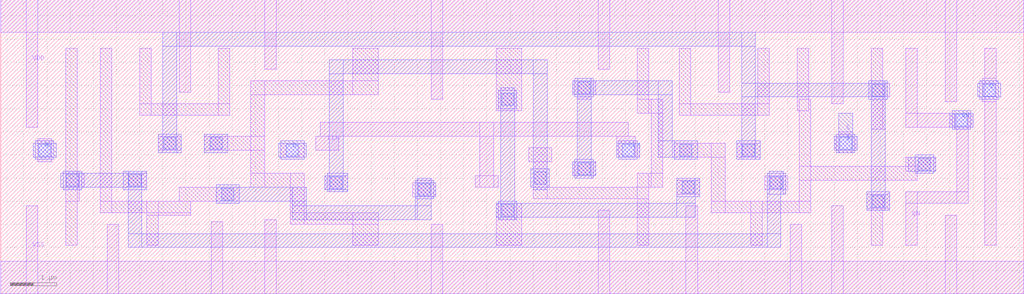
<source format=lef>
VERSION 5.7 ;
BUSBITCHARS "[]" ;
DIVIDERCHAR "/" ;

MACRO gf180mcu_osu_sc_gp9t3v3__addf_1
  CLASS CORE ;
  ORIGIN 0 0 ;
  FOREIGN gf180mcu_osu_sc_gp9t3v3__addf_1 0 0 ;
  SIZE 14 BY 6.35 ;
  SYMMETRY X Y ;
  SITE layout ;
  PIN VDD
    DIRECTION INOUT ;
    USE POWER ;
    SHAPE ABUTMENT ;
    PORT
      LAYER Metal1 ;
        RECT 0 5.65 14 6.35 ;
        RECT 12.35 4.8 12.6 6.35 ;
        RECT 10.75 4.8 11 6.35 ;
        RECT 6.5 4.8 6.75 6.35 ;
        RECT 4.8 4.8 5.05 6.35 ;
        RECT 1.4 4.8 1.65 6.35 ;
    END
  END VDD
  PIN VSS
    DIRECTION INOUT ;
    USE GROUND ;
    SHAPE ABUTMENT ;
    PORT
      LAYER Metal1 ;
        RECT 0 0 14 0.7 ;
        RECT 12.35 0 12.6 1.5 ;
        RECT 10.75 0 11 1.5 ;
        RECT 6.5 0 6.75 1.5 ;
        RECT 4.8 0 5.05 1.5 ;
        RECT 1.4 0 1.65 1.5 ;
    END
  END VSS
  PIN A
    DIRECTION INPUT ;
    USE SIGNAL ;
    PORT
      LAYER Metal1 ;
        RECT 8.7 2.45 9.2 2.75 ;
        RECT 6.4 3.15 9.1 3.45 ;
        RECT 8.8 2.45 9.1 3.45 ;
        RECT 6.4 2.45 6.7 3.45 ;
        RECT 3.2 2.45 6.7 2.75 ;
        RECT 2.15 3.2 3.45 3.5 ;
        RECT 3.2 2.45 3.45 3.5 ;
        RECT 2.15 2.3 2.4 3.5 ;
        RECT 0.6 2.3 2.4 2.6 ;
      LAYER Metal2 ;
        RECT 0.6 2.25 1.1 2.65 ;
      LAYER Via1 ;
        RECT 0.72 2.32 0.98 2.58 ;
    END
  END A
  PIN B
    DIRECTION INPUT ;
    USE SIGNAL ;
    PORT
      LAYER Metal1 ;
        RECT 5.85 3.7 9.95 4 ;
        RECT 9.65 3 9.95 4 ;
        RECT 5.85 3 6.15 4 ;
        RECT 3.7 3.1 6.15 3.4 ;
        RECT 1.6 3.75 4 4.05 ;
        RECT 3.7 3 4 4.05 ;
        RECT 1.6 2.85 1.9 4.05 ;
      LAYER Metal2 ;
        RECT 1.5 2.95 2 3.25 ;
        RECT 1.55 2.9 1.95 3.3 ;
      LAYER Via1 ;
        RECT 1.62 2.97 1.88 3.23 ;
    END
  END B
  PIN CI
    DIRECTION INPUT ;
    USE SIGNAL ;
    PORT
      LAYER Metal1 ;
        RECT 9.75 2.35 10.6 2.65 ;
        RECT 9.75 1.9 10.05 2.65 ;
        RECT 2.65 1.9 10.05 2.2 ;
        RECT 7.05 1.9 7.35 2.85 ;
        RECT 2.65 1.9 2.95 2.7 ;
      LAYER Metal2 ;
        RECT 2.55 2.3 3.05 2.6 ;
        RECT 2.6 2.25 3 2.65 ;
      LAYER Via1 ;
        RECT 2.67 2.32 2.93 2.58 ;
    END
  END CI
  PIN CO
    DIRECTION OUTPUT ;
    USE SIGNAL ;
    PORT
      LAYER Metal1 ;
        RECT 13.2 3.1 13.75 3.4 ;
        RECT 13.2 3.05 13.65 3.45 ;
        RECT 13.2 1.05 13.45 5.3 ;
      LAYER Metal2 ;
        RECT 13.25 3.1 13.75 3.4 ;
        RECT 13.3 3.05 13.7 3.45 ;
      LAYER Via1 ;
        RECT 13.37 3.12 13.63 3.38 ;
    END
  END CO
  PIN S
    DIRECTION OUTPUT ;
    USE SIGNAL ;
    PORT
      LAYER Metal1 ;
        RECT 11.6 3.1 12.05 3.4 ;
        RECT 11.6 3.05 11.9 3.45 ;
        RECT 11.6 1.05 11.85 5.3 ;
      LAYER Metal2 ;
        RECT 11.55 3.1 12.05 3.4 ;
        RECT 11.6 3.05 12 3.45 ;
      LAYER Via1 ;
        RECT 11.67 3.12 11.93 3.38 ;
    END
  END S
  OBS
    LAYER Metal2 ;
      RECT 3.1 4.85 3.4 5.3 ;
      RECT 3.05 4.85 3.45 5.25 ;
      RECT 3 4.9 12.85 5.2 ;
      RECT 12.55 2.35 12.85 5.2 ;
      RECT 3.75 1.15 4.05 5.2 ;
      RECT 12.5 2.4 12.9 2.8 ;
      RECT 7.85 2.4 8.25 2.8 ;
      RECT 12.45 2.45 12.95 2.75 ;
      RECT 3.75 2.45 8.3 2.75 ;
      RECT 3.1 1.05 3.4 1.55 ;
      RECT 3.05 1.1 3.45 1.5 ;
      RECT 3.05 1.15 4.05 1.45 ;
      RECT 8.15 4.2 8.55 4.6 ;
      RECT 8.1 4.25 11.25 4.55 ;
      RECT 10.95 2.35 11.25 4.55 ;
      RECT 8.85 1.15 9.15 4.55 ;
      RECT 10.9 2.4 11.3 2.8 ;
      RECT 8.15 1.1 8.55 1.5 ;
      RECT 8.1 1.15 9.15 1.45 ;
      RECT 7.3 1.05 7.6 1.55 ;
      RECT 5.65 1.05 5.95 1.55 ;
      RECT 7.25 1.1 7.65 1.5 ;
      RECT 5.6 1.1 6 1.5 ;
      RECT 5.6 1.15 7.65 1.45 ;
      RECT 2.2 1.05 2.5 1.55 ;
      RECT 0.5 1.05 0.8 1.55 ;
      RECT 2.15 1.1 2.55 1.5 ;
      RECT 0.45 1.1 0.85 1.5 ;
      RECT 0.45 1.15 2.55 1.45 ;
    LAYER Via1 ;
      RECT 12.57 2.47 12.83 2.73 ;
      RECT 10.97 2.47 11.23 2.73 ;
      RECT 8.22 1.17 8.48 1.43 ;
      RECT 8.22 4.27 8.48 4.53 ;
      RECT 7.92 2.47 8.18 2.73 ;
      RECT 7.32 1.17 7.58 1.43 ;
      RECT 5.67 1.17 5.93 1.43 ;
      RECT 3.12 1.17 3.38 1.43 ;
      RECT 3.12 4.92 3.38 5.18 ;
      RECT 2.22 1.17 2.48 1.43 ;
      RECT 0.52 1.17 0.78 1.43 ;
    LAYER Metal1 ;
      RECT 7.35 4.3 7.6 5.3 ;
      RECT 5.65 4.3 5.9 5.3 ;
      RECT 5.65 4.3 7.6 4.55 ;
      RECT 2.25 4.3 2.5 5.3 ;
      RECT 0.55 4.3 0.8 5.3 ;
      RECT 0.55 4.3 2.5 4.55 ;
      RECT 12.45 2.45 12.95 2.75 ;
      RECT 10.85 2.45 11.35 2.75 ;
      RECT 8.1 4.25 8.6 4.55 ;
      RECT 8.2 1.05 8.5 1.55 ;
      RECT 7.8 2.45 8.3 2.75 ;
      RECT 7.3 1.05 7.6 1.55 ;
      RECT 5.65 1.05 5.95 1.55 ;
      RECT 3.1 1.05 3.4 1.55 ;
      RECT 3.1 4.8 3.4 5.3 ;
      RECT 2.2 1.05 2.5 1.55 ;
      RECT 0.5 1.05 0.8 1.55 ;
  END
END gf180mcu_osu_sc_gp9t3v3__addf_1

MACRO gf180mcu_osu_sc_gp9t3v3__addh_1
  CLASS CORE ;
  ORIGIN 0 0 ;
  FOREIGN gf180mcu_osu_sc_gp9t3v3__addh_1 0 0 ;
  SIZE 8.6 BY 6.35 ;
  SYMMETRY X Y ;
  SITE layout ;
  PIN VDD
    DIRECTION INOUT ;
    USE POWER ;
    SHAPE ABUTMENT ;
    PORT
      LAYER Metal1 ;
        RECT 0 5.65 8.6 6.35 ;
        RECT 6.65 4.6 6.9 6.35 ;
        RECT 3.85 3.6 4.1 6.35 ;
        RECT 3.1 3.6 3.35 6.35 ;
        RECT 1.4 3.6 1.65 6.35 ;
    END
  END VDD
  PIN VSS
    DIRECTION INOUT ;
    USE GROUND ;
    SHAPE ABUTMENT ;
    PORT
      LAYER Metal1 ;
        RECT 0 0 8.6 0.7 ;
        RECT 6.65 0 6.9 1.9 ;
        RECT 1.4 0 1.65 1.9 ;
    END
  END VSS
  PIN A
    DIRECTION INPUT ;
    USE SIGNAL ;
    PORT
      LAYER Metal1 ;
        RECT 3.9 2.3 4.4 2.6 ;
        RECT 1.5 2.3 2 2.6 ;
      LAYER Metal2 ;
        RECT 3.9 2.25 4.4 2.65 ;
        RECT 1.5 2.3 4.4 2.6 ;
        RECT 1.5 2.25 2 2.65 ;
      LAYER Via1 ;
        RECT 1.62 2.32 1.88 2.58 ;
        RECT 4.02 2.32 4.28 2.58 ;
    END
  END A
  PIN B
    DIRECTION INPUT ;
    USE SIGNAL ;
    PORT
      LAYER Metal1 ;
        RECT 5.2 2 5.5 2.5 ;
        RECT 2.35 2.25 2.85 2.55 ;
        RECT 2.35 1.65 2.85 1.95 ;
        RECT 2.45 1.65 2.75 2.55 ;
      LAYER Metal2 ;
        RECT 5.15 2.05 5.55 2.45 ;
        RECT 5.2 1.65 5.5 2.5 ;
        RECT 5.15 1.65 5.5 2.45 ;
        RECT 2.35 1.65 5.5 1.95 ;
        RECT 2.4 1.6 2.8 2 ;
      LAYER Via1 ;
        RECT 2.47 1.67 2.73 1.93 ;
        RECT 5.22 2.12 5.48 2.38 ;
    END
  END B
  PIN CO
    DIRECTION OUTPUT ;
    USE SIGNAL ;
    PORT
      LAYER Metal1 ;
        RECT 0.4 3.6 0.9 3.9 ;
        RECT 0.55 1.05 0.8 5.3 ;
      LAYER Metal2 ;
        RECT 0.4 3.55 0.9 3.95 ;
      LAYER Via1 ;
        RECT 0.52 3.62 0.78 3.88 ;
    END
  END CO
  PIN S
    DIRECTION OUTPUT ;
    USE SIGNAL ;
    PORT
      LAYER Metal1 ;
        RECT 7.7 2.95 8.2 3.25 ;
        RECT 7.75 2.9 8.1 3.3 ;
        RECT 7.5 3.6 8 5.3 ;
        RECT 7.75 1.05 8 5.3 ;
      LAYER Metal2 ;
        RECT 7.7 2.9 8.2 3.3 ;
      LAYER Via1 ;
        RECT 7.82 2.97 8.08 3.23 ;
    END
  END S
  OBS
    LAYER Metal2 ;
      RECT 6.3 3.05 6.8 3.45 ;
      RECT 3 3 3.5 3.4 ;
      RECT 3 3.05 6.8 3.35 ;
    LAYER Via1 ;
      RECT 6.42 3.12 6.68 3.38 ;
      RECT 3.12 3.07 3.38 3.33 ;
    LAYER Metal1 ;
      RECT 5.55 3.6 6.05 5.3 ;
      RECT 5.55 2.85 5.8 5.3 ;
      RECT 4.7 2.85 6.05 3.1 ;
      RECT 5.75 2.6 6.75 2.85 ;
      RECT 4.7 1.45 4.95 3.1 ;
      RECT 6.5 2.3 7.25 2.6 ;
      RECT 5.55 0.95 5.8 1.55 ;
      RECT 3.85 0.95 4.1 1.55 ;
      RECT 3.85 0.95 5.8 1.2 ;
      RECT 2.25 3.05 2.5 5.3 ;
      RECT 1.05 3.05 3.5 3.35 ;
      RECT 3.1 1.05 3.35 3.35 ;
      RECT 6.3 3.1 6.8 3.4 ;
  END
END gf180mcu_osu_sc_gp9t3v3__addh_1

MACRO gf180mcu_osu_sc_gp9t3v3__and2_1
  CLASS CORE ;
  ORIGIN 0 0 ;
  FOREIGN gf180mcu_osu_sc_gp9t3v3__and2_1 0 0 ;
  SIZE 4.1 BY 6.35 ;
  SYMMETRY X Y ;
  SITE layout ;
  PIN VDD
    DIRECTION INOUT ;
    USE POWER ;
    SHAPE ABUTMENT ;
    PORT
      LAYER Metal1 ;
        RECT 0 5.65 4.1 6.35 ;
        RECT 2.25 3.6 2.7 6.35 ;
        RECT 0.55 3.6 0.8 6.35 ;
    END
  END VDD
  PIN VSS
    DIRECTION INOUT ;
    USE GROUND ;
    SHAPE ABUTMENT ;
    PORT
      LAYER Metal1 ;
        RECT 0 0 4.1 0.7 ;
        RECT 2.1 0 2.7 1.9 ;
    END
  END VSS
  PIN A
    DIRECTION INPUT ;
    USE SIGNAL ;
    PORT
      LAYER Metal1 ;
        RECT 0.6 2.3 1.1 2.6 ;
      LAYER Metal2 ;
        RECT 0.6 2.3 1.1 2.6 ;
        RECT 0.65 2.25 1.05 2.65 ;
      LAYER Via1 ;
        RECT 0.72 2.32 0.98 2.58 ;
    END
  END A
  PIN B
    DIRECTION INPUT ;
    USE SIGNAL ;
    PORT
      LAYER Metal1 ;
        RECT 1.95 2.95 2.45 3.25 ;
      LAYER Metal2 ;
        RECT 1.95 2.9 2.45 3.3 ;
      LAYER Via1 ;
        RECT 2.07 2.97 2.33 3.23 ;
    END
  END B
  PIN Y
    DIRECTION OUTPUT ;
    USE SIGNAL ;
    PORT
      LAYER Metal1 ;
        RECT 3.3 3.6 3.8 3.9 ;
        RECT 3.3 3.55 3.7 3.95 ;
        RECT 3.3 1.05 3.55 5.3 ;
      LAYER Metal2 ;
        RECT 3.3 3.55 3.8 3.95 ;
      LAYER Via1 ;
        RECT 3.42 3.62 3.68 3.88 ;
    END
  END Y
  OBS
    LAYER Metal1 ;
      RECT 1.4 1.55 1.65 5.3 ;
      RECT 2.75 2.2 3.05 2.7 ;
      RECT 1.4 2.3 3.05 2.6 ;
      RECT 0.7 1.55 1.65 1.8 ;
      RECT 0.7 1.05 0.95 1.8 ;
  END
END gf180mcu_osu_sc_gp9t3v3__and2_1

MACRO gf180mcu_osu_sc_gp9t3v3__ant
  CLASS CORE ;
  ORIGIN 0 0 ;
  FOREIGN gf180mcu_osu_sc_gp9t3v3__ant 0 0 ;
  SIZE 2.2 BY 6.35 ;
  SYMMETRY X Y ;
  SITE layout ;
  PIN VDD
    DIRECTION INOUT ;
    USE POWER ;
    SHAPE ABUTMENT ;
    PORT
      LAYER Metal1 ;
        RECT 0 5.65 2.2 6.35 ;
        RECT 1.4 3.6 1.65 6.35 ;
    END
  END VDD
  PIN VSS
    DIRECTION INOUT ;
    USE GROUND ;
    SHAPE ABUTMENT ;
    PORT
      LAYER Metal1 ;
        RECT 0 0 2.2 0.7 ;
    END
  END VSS
  PIN A
    DIRECTION INPUT ;
    USE SIGNAL ;
    PORT
      LAYER Metal1 ;
        RECT 0.45 2.3 1.65 2.6 ;
        RECT 1.4 1.05 1.65 2.6 ;
        RECT 0.55 1.05 0.8 5.3 ;
        RECT 0.5 2.25 0.8 2.7 ;
      LAYER Metal2 ;
        RECT 0.5 2.25 0.95 2.65 ;
        RECT 0.45 2.3 0.95 2.6 ;
      LAYER Via1 ;
        RECT 0.57 2.32 0.83 2.58 ;
    END
  END A
END gf180mcu_osu_sc_gp9t3v3__ant

MACRO gf180mcu_osu_sc_gp9t3v3__antfill
  CLASS CORE ;
  ORIGIN 0 0.05 ;
  FOREIGN gf180mcu_osu_sc_gp9t3v3__antfill 0 -0.05 ;
  SIZE 2.2 BY 6.35 ;
  SYMMETRY X Y ;
  SITE layout ;
  PIN VDD
    DIRECTION INOUT ;
    USE POWER ;
    SHAPE ABUTMENT ;
    PORT
      LAYER Metal1 ;
        RECT 0 5.6 2.2 6.3 ;
        RECT 1.4 3.55 1.65 6.3 ;
    END
  END VDD
  PIN VSS
    DIRECTION INOUT ;
    USE GROUND ;
    SHAPE ABUTMENT ;
    PORT
      LAYER Metal1 ;
        RECT 0 -0.05 2.2 0.65 ;
    END
  END VSS
  PIN A
    DIRECTION INPUT ;
    USE SIGNAL ;
    PORT
      LAYER Metal1 ;
        RECT 0.45 2.25 1.65 2.55 ;
        RECT 1.4 1 1.65 2.55 ;
        RECT 0.55 1 0.8 5.25 ;
        RECT 0.5 2.2 0.8 2.65 ;
      LAYER Metal2 ;
        RECT 0.45 2.25 0.95 2.55 ;
        RECT 0.5 2.2 0.9 2.6 ;
      LAYER Via1 ;
        RECT 0.57 2.27 0.83 2.53 ;
    END
  END A
END gf180mcu_osu_sc_gp9t3v3__antfill

MACRO gf180mcu_osu_sc_gp9t3v3__aoi21_1
  CLASS CORE ;
  ORIGIN 0 0 ;
  FOREIGN gf180mcu_osu_sc_gp9t3v3__aoi21_1 0 0 ;
  SIZE 3.9 BY 6.35 ;
  SYMMETRY X Y ;
  SITE layout ;
  PIN VDD
    DIRECTION INOUT ;
    USE POWER ;
    SHAPE ABUTMENT ;
    PORT
      LAYER Metal1 ;
        RECT 0 5.65 3.9 6.35 ;
        RECT 1.4 4.35 1.65 6.35 ;
    END
  END VDD
  PIN VSS
    DIRECTION INOUT ;
    USE GROUND ;
    SHAPE ABUTMENT ;
    PORT
      LAYER Metal1 ;
        RECT 0 0 3.9 0.7 ;
        RECT 2.95 0 3.2 1.5 ;
        RECT 0.7 0 0.95 1.9 ;
    END
  END VSS
  PIN A0
    DIRECTION INPUT ;
    USE SIGNAL ;
    PORT
      LAYER Metal1 ;
        RECT 0.6 2.3 1.1 2.6 ;
      LAYER Metal2 ;
        RECT 0.6 2.25 1.1 2.65 ;
      LAYER Via1 ;
        RECT 0.72 2.32 0.98 2.58 ;
    END
  END A0
  PIN A1
    DIRECTION INPUT ;
    USE SIGNAL ;
    PORT
      LAYER Metal1 ;
        RECT 1.6 2.95 2.1 3.25 ;
      LAYER Metal2 ;
        RECT 1.6 2.9 2.1 3.3 ;
      LAYER Via1 ;
        RECT 1.72 2.97 1.98 3.23 ;
    END
  END A1
  PIN B
    DIRECTION INPUT ;
    USE SIGNAL ;
    PORT
      LAYER Metal1 ;
        RECT 2.35 2.3 2.85 2.6 ;
      LAYER Metal2 ;
        RECT 2.35 2.25 2.85 2.65 ;
      LAYER Via1 ;
        RECT 2.47 2.32 2.73 2.58 ;
    END
  END B
  PIN Y
    DIRECTION OUTPUT ;
    USE SIGNAL ;
    PORT
      LAYER Metal1 ;
        RECT 3 3.6 3.5 3.9 ;
        RECT 3.1 1.75 3.35 5.3 ;
        RECT 2.1 1.75 3.35 2 ;
        RECT 2.1 1.05 2.35 2 ;
      LAYER Metal2 ;
        RECT 3 3.55 3.5 3.95 ;
      LAYER Via1 ;
        RECT 3.12 3.62 3.38 3.88 ;
    END
  END Y
  OBS
    LAYER Metal1 ;
      RECT 2.25 3.85 2.5 5.3 ;
      RECT 0.55 3.85 0.8 5.3 ;
      RECT 0.55 3.85 2.5 4.1 ;
  END
END gf180mcu_osu_sc_gp9t3v3__aoi21_1

MACRO gf180mcu_osu_sc_gp9t3v3__aoi22_1
  CLASS CORE ;
  ORIGIN 0 0 ;
  FOREIGN gf180mcu_osu_sc_gp9t3v3__aoi22_1 0 0 ;
  SIZE 5.4 BY 6.35 ;
  SYMMETRY X Y ;
  SITE layout ;
  PIN VDD
    DIRECTION INOUT ;
    USE POWER ;
    SHAPE ABUTMENT ;
    PORT
      LAYER Metal1 ;
        RECT 0 5.65 5.4 6.35 ;
        RECT 1.4 4.35 1.65 6.35 ;
    END
  END VDD
  PIN VSS
    DIRECTION INOUT ;
    USE GROUND ;
    SHAPE ABUTMENT ;
    PORT
      LAYER Metal1 ;
        RECT 0 0 5.4 0.7 ;
        RECT 3.5 0 3.75 1.9 ;
        RECT 0.7 0 0.95 1.9 ;
    END
  END VSS
  PIN A0
    DIRECTION INPUT ;
    USE SIGNAL ;
    PORT
      LAYER Metal1 ;
        RECT 0.6 2.3 1.1 2.6 ;
      LAYER Metal2 ;
        RECT 0.6 2.25 1.1 2.65 ;
      LAYER Via1 ;
        RECT 0.72 2.32 0.98 2.58 ;
    END
  END A0
  PIN A1
    DIRECTION INPUT ;
    USE SIGNAL ;
    PORT
      LAYER Metal1 ;
        RECT 1.6 2.95 2.1 3.25 ;
      LAYER Metal2 ;
        RECT 1.6 2.9 2.1 3.3 ;
      LAYER Via1 ;
        RECT 1.72 2.97 1.98 3.23 ;
    END
  END A1
  PIN B0
    DIRECTION INPUT ;
    USE SIGNAL ;
    PORT
      LAYER Metal1 ;
        RECT 2.4 2.95 2.9 3.25 ;
      LAYER Metal2 ;
        RECT 2.4 2.9 2.9 3.3 ;
      LAYER Via1 ;
        RECT 2.52 2.97 2.78 3.23 ;
    END
  END B0
  PIN B1
    DIRECTION INPUT ;
    USE SIGNAL ;
    PORT
      LAYER Metal1 ;
        RECT 3.3 2.95 3.8 3.25 ;
      LAYER Metal2 ;
        RECT 3.3 2.9 3.8 3.3 ;
      LAYER Via1 ;
        RECT 3.42 2.97 3.68 3.23 ;
    END
  END B1
  PIN Y
    DIRECTION OUTPUT ;
    USE SIGNAL ;
    PORT
      LAYER Metal1 ;
        RECT 4.5 4.15 4.8 4.65 ;
        RECT 4.55 2.15 4.8 4.65 ;
        RECT 2.1 2.15 4.8 2.4 ;
        RECT 2.1 1.05 2.35 2.4 ;
        RECT 3 4.25 3.5 4.55 ;
        RECT 3.1 4.25 3.35 5.3 ;
      LAYER Metal2 ;
        RECT 4.45 4.15 4.85 4.65 ;
        RECT 3 4.25 4.85 4.55 ;
        RECT 3 4.2 3.5 4.6 ;
      LAYER Via1 ;
        RECT 3.12 4.27 3.38 4.53 ;
        RECT 4.52 4.27 4.78 4.53 ;
    END
  END Y
  OBS
    LAYER Metal1 ;
      RECT 3.95 3.75 4.25 5.3 ;
      RECT 2.25 3.75 2.5 5.3 ;
      RECT 0.55 3.75 0.8 5.3 ;
      RECT 0.55 3.75 4.25 4 ;
  END
END gf180mcu_osu_sc_gp9t3v3__aoi22_1

MACRO gf180mcu_osu_sc_gp9t3v3__buf_1
  CLASS CORE ;
  ORIGIN 0 0 ;
  FOREIGN gf180mcu_osu_sc_gp9t3v3__buf_1 0 0 ;
  SIZE 3.2 BY 6.35 ;
  SYMMETRY X Y ;
  SITE layout ;
  PIN VDD
    DIRECTION INOUT ;
    USE POWER ;
    SHAPE ABUTMENT ;
    PORT
      LAYER Metal1 ;
        RECT 0 5.65 3.2 6.35 ;
        RECT 1.4 3.6 1.75 6.35 ;
    END
  END VDD
  PIN VSS
    DIRECTION INOUT ;
    USE GROUND ;
    SHAPE ABUTMENT ;
    PORT
      LAYER Metal1 ;
        RECT 0 0 3.2 0.7 ;
        RECT 1.4 0 1.75 1.9 ;
    END
  END VSS
  PIN A
    DIRECTION INPUT ;
    USE SIGNAL ;
    PORT
      LAYER Metal1 ;
        RECT 1.05 2.95 1.55 3.25 ;
      LAYER Metal2 ;
        RECT 1.05 2.95 1.55 3.25 ;
        RECT 1.1 2.9 1.5 3.3 ;
      LAYER Via1 ;
        RECT 1.17 2.97 1.43 3.23 ;
    END
  END A
  PIN Y
    DIRECTION OUTPUT ;
    USE SIGNAL ;
    PORT
      LAYER Metal1 ;
        RECT 2.25 3.6 2.75 3.9 ;
        RECT 2.45 1.6 2.7 3.9 ;
        RECT 2.35 3.6 2.6 5.3 ;
        RECT 2.35 1.05 2.6 1.9 ;
      LAYER Metal2 ;
        RECT 2.25 3.55 2.75 3.95 ;
      LAYER Via1 ;
        RECT 2.37 3.62 2.63 3.88 ;
    END
  END Y
  OBS
    LAYER Metal1 ;
      RECT 0.55 1.05 0.8 5.3 ;
      RECT 0.55 2.25 2.2 2.55 ;
  END
END gf180mcu_osu_sc_gp9t3v3__buf_1

MACRO gf180mcu_osu_sc_gp9t3v3__buf_16
  CLASS CORE ;
  ORIGIN 0 0 ;
  FOREIGN gf180mcu_osu_sc_gp9t3v3__buf_16 0 0 ;
  SIZE 15.8 BY 6.35 ;
  SYMMETRY X Y ;
  SITE layout ;
  PIN VDD
    DIRECTION INOUT ;
    USE POWER ;
    SHAPE ABUTMENT ;
    PORT
      LAYER Metal1 ;
        RECT 0 5.65 15.8 6.35 ;
        RECT 15 3.6 15.25 6.35 ;
        RECT 13.3 3.6 13.55 6.35 ;
        RECT 11.6 3.6 11.85 6.35 ;
        RECT 9.9 3.6 10.15 6.35 ;
        RECT 8.2 3.6 8.45 6.35 ;
        RECT 6.5 3.6 6.75 6.35 ;
        RECT 4.8 3.6 5.05 6.35 ;
        RECT 3.1 3.6 3.35 6.35 ;
        RECT 1.4 3.6 1.65 6.35 ;
    END
  END VDD
  PIN VSS
    DIRECTION INOUT ;
    USE GROUND ;
    SHAPE ABUTMENT ;
    PORT
      LAYER Metal1 ;
        RECT 0 0 15.8 0.7 ;
        RECT 15 0 15.25 1.9 ;
        RECT 13.3 0 13.55 1.9 ;
        RECT 11.6 0 11.85 1.9 ;
        RECT 9.9 0 10.15 1.9 ;
        RECT 8.2 0 8.45 1.9 ;
        RECT 6.5 0 6.75 1.9 ;
        RECT 4.8 0 5.05 1.9 ;
        RECT 3.1 0 3.35 1.9 ;
        RECT 1.4 0 1.65 1.9 ;
    END
  END VSS
  PIN A
    DIRECTION INPUT ;
    USE SIGNAL ;
    PORT
      LAYER Metal1 ;
        RECT 1.05 2.3 1.55 2.6 ;
      LAYER Metal2 ;
        RECT 1.05 2.3 1.55 2.6 ;
        RECT 1.1 2.25 1.5 2.65 ;
      LAYER Via1 ;
        RECT 1.17 2.32 1.43 2.58 ;
    END
  END A
  PIN Y
    DIRECTION OUTPUT ;
    USE SIGNAL ;
    PORT
      LAYER Metal1 ;
        RECT 14.05 3.6 14.55 3.9 ;
        RECT 14.15 1.05 14.4 5.3 ;
        RECT 2.25 3.05 14.4 3.35 ;
        RECT 2.25 2.15 14.4 2.45 ;
        RECT 12.45 1.05 12.7 5.3 ;
        RECT 10.75 1.05 11 5.3 ;
        RECT 9.05 1.05 9.3 5.3 ;
        RECT 7.35 1.05 7.6 5.3 ;
        RECT 5.65 1.05 5.9 5.3 ;
        RECT 3.95 1.05 4.2 5.3 ;
        RECT 2.25 1.05 2.5 5.3 ;
      LAYER Metal2 ;
        RECT 14.05 3.55 14.55 3.95 ;
      LAYER Via1 ;
        RECT 14.17 3.62 14.43 3.88 ;
    END
  END Y
  OBS
    LAYER Metal1 ;
      RECT 0.55 1.05 0.8 5.3 ;
      RECT 0.55 3.05 2 3.35 ;
  END
END gf180mcu_osu_sc_gp9t3v3__buf_16

MACRO gf180mcu_osu_sc_gp9t3v3__buf_2
  CLASS CORE ;
  ORIGIN 0 0 ;
  FOREIGN gf180mcu_osu_sc_gp9t3v3__buf_2 0 0 ;
  SIZE 3.9 BY 6.35 ;
  SYMMETRY X Y ;
  SITE layout ;
  PIN VDD
    DIRECTION INOUT ;
    USE POWER ;
    SHAPE ABUTMENT ;
    PORT
      LAYER Metal1 ;
        RECT 0 5.65 3.9 6.35 ;
        RECT 3.1 3.6 3.35 6.35 ;
        RECT 1.4 3.6 1.65 6.35 ;
    END
  END VDD
  PIN VSS
    DIRECTION INOUT ;
    USE GROUND ;
    SHAPE ABUTMENT ;
    PORT
      LAYER Metal1 ;
        RECT 0 0 3.9 0.7 ;
        RECT 3.1 0 3.35 1.9 ;
        RECT 1.4 0 1.65 1.9 ;
    END
  END VSS
  PIN A
    DIRECTION INPUT ;
    USE SIGNAL ;
    PORT
      LAYER Metal1 ;
        RECT 1.05 2.3 1.55 2.6 ;
      LAYER Metal2 ;
        RECT 1.05 2.3 1.55 2.6 ;
        RECT 1.1 2.25 1.5 2.65 ;
      LAYER Via1 ;
        RECT 1.17 2.32 1.43 2.58 ;
    END
  END A
  PIN Y
    DIRECTION OUTPUT ;
    USE SIGNAL ;
    PORT
      LAYER Metal1 ;
        RECT 2.15 3.6 2.65 3.9 ;
        RECT 2.25 1.05 2.5 5.3 ;
      LAYER Metal2 ;
        RECT 2.15 3.55 2.65 3.95 ;
      LAYER Via1 ;
        RECT 2.27 3.62 2.53 3.88 ;
    END
  END Y
  OBS
    LAYER Metal1 ;
      RECT 0.55 1.05 0.8 5.3 ;
      RECT 0.55 3.05 2 3.35 ;
  END
END gf180mcu_osu_sc_gp9t3v3__buf_2

MACRO gf180mcu_osu_sc_gp9t3v3__buf_4
  CLASS CORE ;
  ORIGIN 0 0.05 ;
  FOREIGN gf180mcu_osu_sc_gp9t3v3__buf_4 0 -0.05 ;
  SIZE 5.7 BY 6.35 ;
  SYMMETRY X Y ;
  SITE layout ;
  PIN VDD
    DIRECTION INOUT ;
    USE POWER ;
    SHAPE ABUTMENT ;
    PORT
      LAYER Metal1 ;
        RECT 0 5.6 5.7 6.3 ;
        RECT 4.85 3.55 5.1 6.3 ;
        RECT 3.15 3.55 3.4 6.3 ;
        RECT 1.45 3.55 1.7 6.3 ;
    END
  END VDD
  PIN VSS
    DIRECTION INOUT ;
    USE GROUND ;
    SHAPE ABUTMENT ;
    PORT
      LAYER Metal1 ;
        RECT 0 -0.05 5.7 0.65 ;
        RECT 4.85 -0.05 5.1 1.85 ;
        RECT 3.15 -0.05 3.4 1.85 ;
        RECT 1.45 -0.05 1.7 1.85 ;
    END
  END VSS
  PIN A
    DIRECTION INPUT ;
    USE SIGNAL ;
    PORT
      LAYER Metal1 ;
        RECT 1.1 2.25 1.6 2.55 ;
      LAYER Metal2 ;
        RECT 1.1 2.25 1.6 2.55 ;
        RECT 1.15 2.2 1.55 2.6 ;
      LAYER Via1 ;
        RECT 1.22 2.27 1.48 2.53 ;
    END
  END A
  PIN Y
    DIRECTION OUTPUT ;
    USE SIGNAL ;
    PORT
      LAYER Metal1 ;
        RECT 3.9 3.55 4.4 3.85 ;
        RECT 4 1 4.25 5.25 ;
        RECT 2.3 3 4.25 3.3 ;
        RECT 2.3 2.1 4.25 2.4 ;
        RECT 2.3 1 2.55 5.25 ;
      LAYER Metal2 ;
        RECT 3.9 3.5 4.4 3.9 ;
      LAYER Via1 ;
        RECT 4.02 3.57 4.28 3.83 ;
    END
  END Y
  OBS
    LAYER Metal1 ;
      RECT 0.6 1 0.85 5.25 ;
      RECT 0.6 3 2.05 3.3 ;
  END
END gf180mcu_osu_sc_gp9t3v3__buf_4

MACRO gf180mcu_osu_sc_gp9t3v3__buf_8
  CLASS CORE ;
  ORIGIN 0 0 ;
  FOREIGN gf180mcu_osu_sc_gp9t3v3__buf_8 0 0 ;
  SIZE 9.05 BY 6.35 ;
  SYMMETRY X Y ;
  SITE layout ;
  PIN VDD
    DIRECTION INOUT ;
    USE POWER ;
    SHAPE ABUTMENT ;
    PORT
      LAYER Metal1 ;
        RECT 0 5.65 9.05 6.35 ;
        RECT 8.2 3.6 8.45 6.35 ;
        RECT 6.5 3.6 6.75 6.35 ;
        RECT 4.8 3.6 5.05 6.35 ;
        RECT 3.1 3.6 3.35 6.35 ;
        RECT 1.4 3.6 1.65 6.35 ;
    END
  END VDD
  PIN VSS
    DIRECTION INOUT ;
    USE GROUND ;
    SHAPE ABUTMENT ;
    PORT
      LAYER Metal1 ;
        RECT 0 0 9.05 0.7 ;
        RECT 8.2 0 8.45 1.9 ;
        RECT 6.5 0 6.75 1.9 ;
        RECT 4.8 0 5.05 1.9 ;
        RECT 3.1 0 3.35 1.9 ;
        RECT 1.4 0 1.65 1.9 ;
    END
  END VSS
  PIN A
    DIRECTION INPUT ;
    USE SIGNAL ;
    PORT
      LAYER Metal1 ;
        RECT 1.05 2.3 1.55 2.6 ;
      LAYER Metal2 ;
        RECT 1.05 2.3 1.55 2.6 ;
        RECT 1.1 2.25 1.5 2.65 ;
      LAYER Via1 ;
        RECT 1.17 2.32 1.43 2.58 ;
    END
  END A
  PIN Y
    DIRECTION OUTPUT ;
    USE SIGNAL ;
    PORT
      LAYER Metal1 ;
        RECT 7.25 3.6 7.75 3.9 ;
        RECT 7.35 1.05 7.6 5.3 ;
        RECT 2.25 3.05 7.6 3.35 ;
        RECT 2.25 2.15 7.6 2.45 ;
        RECT 5.65 1.05 5.9 5.3 ;
        RECT 3.95 1.05 4.2 5.3 ;
        RECT 2.25 1.05 2.5 5.3 ;
      LAYER Metal2 ;
        RECT 7.25 3.55 7.75 3.95 ;
      LAYER Via1 ;
        RECT 7.37 3.62 7.63 3.88 ;
    END
  END Y
  OBS
    LAYER Metal1 ;
      RECT 0.55 1.05 0.8 5.3 ;
      RECT 0.55 3.05 2 3.35 ;
  END
END gf180mcu_osu_sc_gp9t3v3__buf_8

MACRO gf180mcu_osu_sc_gp9t3v3__clkbuf_1
  CLASS CORE ;
  ORIGIN 0 0 ;
  FOREIGN gf180mcu_osu_sc_gp9t3v3__clkbuf_1 0 0 ;
  SIZE 3.2 BY 6.35 ;
  SYMMETRY X Y ;
  SITE layout ;
  PIN VDD
    DIRECTION INOUT ;
    USE POWER ;
    SHAPE ABUTMENT ;
    PORT
      LAYER Metal1 ;
        RECT 0 5.65 3.2 6.35 ;
        RECT 1.4 3.6 1.75 6.35 ;
    END
  END VDD
  PIN VSS
    DIRECTION INOUT ;
    USE GROUND ;
    SHAPE ABUTMENT ;
    PORT
      LAYER Metal1 ;
        RECT 0 0 3.2 0.7 ;
        RECT 1.4 0 1.75 1.9 ;
    END
  END VSS
  PIN A
    DIRECTION INPUT ;
    USE SIGNAL ;
    PORT
      LAYER Metal1 ;
        RECT 1.05 2.95 1.55 3.25 ;
      LAYER Metal2 ;
        RECT 1.05 2.95 1.55 3.25 ;
        RECT 1.1 2.9 1.5 3.3 ;
      LAYER Via1 ;
        RECT 1.17 2.97 1.43 3.23 ;
    END
  END A
  PIN Y
    DIRECTION OUTPUT ;
    USE SIGNAL ;
    PORT
      LAYER Metal1 ;
        RECT 2.25 1.6 2.75 1.9 ;
        RECT 2.35 1.05 2.6 1.9 ;
        RECT 2.25 3.6 2.75 3.9 ;
        RECT 2.35 3.6 2.6 5.3 ;
      LAYER Metal2 ;
        RECT 2.25 3.55 2.75 3.95 ;
        RECT 2.25 1.55 2.75 1.95 ;
        RECT 2.35 1.55 2.65 3.95 ;
      LAYER Via1 ;
        RECT 2.37 3.62 2.63 3.88 ;
        RECT 2.37 1.62 2.63 1.88 ;
    END
  END Y
  OBS
    LAYER Metal1 ;
      RECT 0.55 1.05 0.8 5.3 ;
      RECT 0.55 2.25 2.2 2.55 ;
  END
END gf180mcu_osu_sc_gp9t3v3__clkbuf_1

MACRO gf180mcu_osu_sc_gp9t3v3__clkbuf_16
  CLASS CORE ;
  ORIGIN 0 0 ;
  FOREIGN gf180mcu_osu_sc_gp9t3v3__clkbuf_16 0 0 ;
  SIZE 15.8 BY 6.35 ;
  SYMMETRY X Y ;
  SITE layout ;
  PIN VDD
    DIRECTION INOUT ;
    USE POWER ;
    SHAPE ABUTMENT ;
    PORT
      LAYER Metal1 ;
        RECT 0 5.65 15.8 6.35 ;
        RECT 15 3.6 15.25 6.35 ;
        RECT 13.3 3.6 13.55 6.35 ;
        RECT 11.6 3.6 11.85 6.35 ;
        RECT 9.9 3.6 10.15 6.35 ;
        RECT 8.2 3.6 8.45 6.35 ;
        RECT 6.5 3.6 6.75 6.35 ;
        RECT 4.8 3.6 5.05 6.35 ;
        RECT 3.1 3.6 3.35 6.35 ;
        RECT 1.4 3.6 1.65 6.35 ;
    END
  END VDD
  PIN VSS
    DIRECTION INOUT ;
    USE GROUND ;
    SHAPE ABUTMENT ;
    PORT
      LAYER Metal1 ;
        RECT 0 0 15.8 0.7 ;
        RECT 15 0 15.25 1.9 ;
        RECT 13.3 0 13.55 1.9 ;
        RECT 11.6 0 11.85 1.9 ;
        RECT 9.9 0 10.15 1.9 ;
        RECT 8.2 0 8.45 1.9 ;
        RECT 6.5 0 6.75 1.9 ;
        RECT 4.8 0 5.05 1.9 ;
        RECT 3.1 0 3.35 1.9 ;
        RECT 1.4 0 1.65 1.9 ;
    END
  END VSS
  PIN A
    DIRECTION INPUT ;
    USE SIGNAL ;
    PORT
      LAYER Metal1 ;
        RECT 1.05 2.3 1.55 2.6 ;
      LAYER Metal2 ;
        RECT 1.05 2.3 1.55 2.6 ;
        RECT 1.1 2.25 1.5 2.65 ;
      LAYER Via1 ;
        RECT 1.17 2.32 1.43 2.58 ;
    END
  END A
  PIN Y
    DIRECTION OUTPUT ;
    USE SIGNAL ;
    PORT
      LAYER Metal1 ;
        RECT 14.05 3.6 14.55 3.9 ;
        RECT 14.15 1.05 14.4 5.3 ;
        RECT 2.25 3.05 14.4 3.35 ;
        RECT 2.25 2.15 14.4 2.45 ;
        RECT 12.45 1.05 12.7 5.3 ;
        RECT 10.75 1.05 11 5.3 ;
        RECT 9.05 1.05 9.3 5.3 ;
        RECT 7.35 1.05 7.6 5.3 ;
        RECT 5.65 1.05 5.9 5.3 ;
        RECT 3.95 1.05 4.2 5.3 ;
        RECT 2.25 1.05 2.5 5.3 ;
      LAYER Metal2 ;
        RECT 14.05 3.55 14.55 3.95 ;
      LAYER Via1 ;
        RECT 14.17 3.62 14.43 3.88 ;
    END
  END Y
  OBS
    LAYER Metal1 ;
      RECT 0.55 1.05 0.8 5.3 ;
      RECT 0.55 3.05 2 3.35 ;
  END
END gf180mcu_osu_sc_gp9t3v3__clkbuf_16

MACRO gf180mcu_osu_sc_gp9t3v3__clkbuf_2
  CLASS CORE ;
  ORIGIN 0 0 ;
  FOREIGN gf180mcu_osu_sc_gp9t3v3__clkbuf_2 0 0 ;
  SIZE 3.9 BY 6.35 ;
  SYMMETRY X Y ;
  SITE layout ;
  PIN VDD
    DIRECTION INOUT ;
    USE POWER ;
    SHAPE ABUTMENT ;
    PORT
      LAYER Metal1 ;
        RECT 0 5.65 3.9 6.35 ;
        RECT 3.1 3.6 3.35 6.35 ;
        RECT 1.4 3.6 1.65 6.35 ;
    END
  END VDD
  PIN VSS
    DIRECTION INOUT ;
    USE GROUND ;
    SHAPE ABUTMENT ;
    PORT
      LAYER Metal1 ;
        RECT 0 0 3.9 0.7 ;
        RECT 3.1 0 3.35 1.9 ;
        RECT 1.4 0 1.65 1.9 ;
    END
  END VSS
  PIN A
    DIRECTION INPUT ;
    USE SIGNAL ;
    PORT
      LAYER Metal1 ;
        RECT 1.05 2.3 1.55 2.6 ;
      LAYER Metal2 ;
        RECT 1.05 2.3 1.55 2.6 ;
        RECT 1.1 2.25 1.5 2.65 ;
      LAYER Via1 ;
        RECT 1.17 2.32 1.43 2.58 ;
    END
  END A
  PIN Y
    DIRECTION OUTPUT ;
    USE SIGNAL ;
    PORT
      LAYER Metal1 ;
        RECT 2.15 3.6 2.65 3.9 ;
        RECT 2.25 1.05 2.5 5.3 ;
      LAYER Metal2 ;
        RECT 2.15 3.55 2.65 3.95 ;
      LAYER Via1 ;
        RECT 2.27 3.62 2.53 3.88 ;
    END
  END Y
  OBS
    LAYER Metal1 ;
      RECT 0.55 1.05 0.8 5.3 ;
      RECT 0.55 3.05 2 3.35 ;
  END
END gf180mcu_osu_sc_gp9t3v3__clkbuf_2

MACRO gf180mcu_osu_sc_gp9t3v3__clkbuf_4
  CLASS CORE ;
  ORIGIN 0 0.05 ;
  FOREIGN gf180mcu_osu_sc_gp9t3v3__clkbuf_4 0 -0.05 ;
  SIZE 5.7 BY 6.35 ;
  SYMMETRY X Y ;
  SITE layout ;
  PIN VDD
    DIRECTION INOUT ;
    USE POWER ;
    SHAPE ABUTMENT ;
    PORT
      LAYER Metal1 ;
        RECT 0 5.6 5.7 6.3 ;
        RECT 4.85 3.55 5.1 6.3 ;
        RECT 3.15 3.55 3.4 6.3 ;
        RECT 1.45 3.55 1.7 6.3 ;
    END
  END VDD
  PIN VSS
    DIRECTION INOUT ;
    USE GROUND ;
    SHAPE ABUTMENT ;
    PORT
      LAYER Metal1 ;
        RECT 0 -0.05 5.7 0.65 ;
        RECT 4.85 -0.05 5.1 1.85 ;
        RECT 3.15 -0.05 3.4 1.85 ;
        RECT 1.45 -0.05 1.7 1.85 ;
    END
  END VSS
  PIN A
    DIRECTION INPUT ;
    USE SIGNAL ;
    PORT
      LAYER Metal1 ;
        RECT 1.1 2.25 1.6 2.55 ;
      LAYER Metal2 ;
        RECT 1.1 2.25 1.6 2.55 ;
        RECT 1.15 2.2 1.55 2.6 ;
      LAYER Via1 ;
        RECT 1.22 2.27 1.48 2.53 ;
    END
  END A
  PIN Y
    DIRECTION OUTPUT ;
    USE SIGNAL ;
    PORT
      LAYER Metal1 ;
        RECT 3.9 3.55 4.4 3.85 ;
        RECT 4 1 4.25 5.25 ;
        RECT 2.3 3 4.25 3.3 ;
        RECT 2.3 2.1 4.25 2.4 ;
        RECT 2.3 1 2.55 5.25 ;
      LAYER Metal2 ;
        RECT 3.9 3.5 4.4 3.9 ;
      LAYER Via1 ;
        RECT 4.02 3.57 4.28 3.83 ;
    END
  END Y
  OBS
    LAYER Metal1 ;
      RECT 0.6 1 0.85 5.25 ;
      RECT 0.6 3 2.05 3.3 ;
  END
END gf180mcu_osu_sc_gp9t3v3__clkbuf_4

MACRO gf180mcu_osu_sc_gp9t3v3__clkbuf_8
  CLASS CORE ;
  ORIGIN 0 0 ;
  FOREIGN gf180mcu_osu_sc_gp9t3v3__clkbuf_8 0 0 ;
  SIZE 9.05 BY 6.35 ;
  SYMMETRY X Y ;
  SITE layout ;
  PIN VDD
    DIRECTION INOUT ;
    USE POWER ;
    SHAPE ABUTMENT ;
    PORT
      LAYER Metal1 ;
        RECT 0 5.65 9.05 6.35 ;
        RECT 8.2 3.6 8.45 6.35 ;
        RECT 6.5 3.6 6.75 6.35 ;
        RECT 4.8 3.6 5.05 6.35 ;
        RECT 3.1 3.6 3.35 6.35 ;
        RECT 1.4 3.6 1.65 6.35 ;
    END
  END VDD
  PIN VSS
    DIRECTION INOUT ;
    USE GROUND ;
    SHAPE ABUTMENT ;
    PORT
      LAYER Metal1 ;
        RECT 0 0 9.05 0.7 ;
        RECT 8.2 0 8.45 1.9 ;
        RECT 6.5 0 6.75 1.9 ;
        RECT 4.8 0 5.05 1.9 ;
        RECT 3.1 0 3.35 1.9 ;
        RECT 1.4 0 1.65 1.9 ;
    END
  END VSS
  PIN A
    DIRECTION INPUT ;
    USE SIGNAL ;
    PORT
      LAYER Metal1 ;
        RECT 1.05 2.3 1.55 2.6 ;
      LAYER Metal2 ;
        RECT 1.05 2.3 1.55 2.6 ;
        RECT 1.1 2.25 1.5 2.65 ;
      LAYER Via1 ;
        RECT 1.17 2.32 1.43 2.58 ;
    END
  END A
  PIN Y
    DIRECTION OUTPUT ;
    USE SIGNAL ;
    PORT
      LAYER Metal1 ;
        RECT 7.25 3.6 7.75 3.9 ;
        RECT 7.35 1.05 7.6 5.3 ;
        RECT 2.25 3.05 7.6 3.35 ;
        RECT 2.25 2.15 7.6 2.45 ;
        RECT 5.65 1.05 5.9 5.3 ;
        RECT 3.95 1.05 4.2 5.3 ;
        RECT 2.25 1.05 2.5 5.3 ;
      LAYER Metal2 ;
        RECT 7.25 3.55 7.75 3.95 ;
      LAYER Via1 ;
        RECT 7.37 3.62 7.63 3.88 ;
    END
  END Y
  OBS
    LAYER Metal1 ;
      RECT 0.55 1.05 0.8 5.3 ;
      RECT 0.55 3.05 2 3.35 ;
  END
END gf180mcu_osu_sc_gp9t3v3__clkbuf_8

MACRO gf180mcu_osu_sc_gp9t3v3__clkinv_1
  CLASS CORE ;
  ORIGIN 0 0 ;
  FOREIGN gf180mcu_osu_sc_gp9t3v3__clkinv_1 0 0 ;
  SIZE 2.2 BY 6.35 ;
  SYMMETRY X Y ;
  SITE layout ;
  PIN VDD
    DIRECTION INOUT ;
    USE POWER ;
    SHAPE ABUTMENT ;
    PORT
      LAYER Metal1 ;
        RECT 0 5.65 2.2 6.35 ;
        RECT 0.55 3.6 0.8 6.35 ;
    END
  END VDD
  PIN VSS
    DIRECTION INOUT ;
    USE GROUND ;
    SHAPE ABUTMENT ;
    PORT
      LAYER Metal1 ;
        RECT 0 0 2.2 0.7 ;
        RECT 0.55 0 0.8 1.9 ;
    END
  END VSS
  PIN A
    DIRECTION INPUT ;
    USE SIGNAL ;
    PORT
      LAYER Metal1 ;
        RECT 0.55 2.3 1.05 2.6 ;
      LAYER Metal2 ;
        RECT 0.55 2.25 1.05 2.65 ;
      LAYER Via1 ;
        RECT 0.67 2.32 0.93 2.58 ;
    END
  END A
  PIN Y
    DIRECTION OUTPUT ;
    USE SIGNAL ;
    PORT
      LAYER Metal1 ;
        RECT 1.3 3.6 1.8 3.9 ;
        RECT 1.4 1.05 1.65 5.3 ;
      LAYER Metal2 ;
        RECT 1.3 3.55 1.8 3.95 ;
      LAYER Via1 ;
        RECT 1.42 3.62 1.68 3.88 ;
    END
  END Y
END gf180mcu_osu_sc_gp9t3v3__clkinv_1

MACRO gf180mcu_osu_sc_gp9t3v3__clkinv_16
  CLASS CORE ;
  ORIGIN 0 0 ;
  FOREIGN gf180mcu_osu_sc_gp9t3v3__clkinv_16 0 0 ;
  SIZE 15 BY 6.35 ;
  SYMMETRY X Y ;
  SITE layout ;
  PIN VDD
    DIRECTION INOUT ;
    USE POWER ;
    SHAPE ABUTMENT ;
    PORT
      LAYER Metal1 ;
        RECT 0 5.65 15 6.35 ;
        RECT 14.15 3.6 14.4 6.35 ;
        RECT 12.45 3.6 12.7 6.35 ;
        RECT 10.75 3.6 11 6.35 ;
        RECT 9.05 3.6 9.3 6.35 ;
        RECT 7.35 3.6 7.6 6.35 ;
        RECT 5.65 3.6 5.9 6.35 ;
        RECT 3.95 3.6 4.2 6.35 ;
        RECT 2.25 3.6 2.5 6.35 ;
        RECT 0.55 3.6 0.8 6.35 ;
    END
  END VDD
  PIN VSS
    DIRECTION INOUT ;
    USE GROUND ;
    SHAPE ABUTMENT ;
    PORT
      LAYER Metal1 ;
        RECT 0 0 15 0.7 ;
        RECT 14.15 0 14.4 1.9 ;
        RECT 12.45 0 12.7 1.9 ;
        RECT 10.75 0 11 1.9 ;
        RECT 9.05 0 9.3 1.9 ;
        RECT 7.35 0 7.6 1.9 ;
        RECT 5.65 0 5.9 1.9 ;
        RECT 3.95 0 4.2 1.9 ;
        RECT 2.25 0 2.5 1.9 ;
        RECT 0.55 0 0.8 1.9 ;
    END
  END VSS
  PIN A
    DIRECTION INPUT ;
    USE SIGNAL ;
    PORT
      LAYER Metal1 ;
        RECT 0.4 2.3 0.9 2.6 ;
      LAYER Metal2 ;
        RECT 0.4 2.25 0.9 2.65 ;
      LAYER Via1 ;
        RECT 0.52 2.32 0.78 2.58 ;
    END
  END A
  PIN Y
    DIRECTION OUTPUT ;
    USE SIGNAL ;
    PORT
      LAYER Metal1 ;
        RECT 13.3 3.6 13.85 3.9 ;
        RECT 13.3 1.05 13.55 5.3 ;
        RECT 1.4 3.1 13.55 3.35 ;
        RECT 1.4 2.15 13.55 2.4 ;
        RECT 11.6 1.05 11.85 5.3 ;
        RECT 9.9 1.05 10.15 5.3 ;
        RECT 8.2 1.05 8.45 5.3 ;
        RECT 6.5 1.05 6.75 5.3 ;
        RECT 4.8 1.05 5.05 5.3 ;
        RECT 3.1 1.05 3.35 5.3 ;
        RECT 1.4 1.05 1.65 5.3 ;
      LAYER Metal2 ;
        RECT 13.35 3.6 13.85 3.9 ;
        RECT 13.4 3.55 13.8 3.95 ;
      LAYER Via1 ;
        RECT 13.47 3.62 13.73 3.88 ;
    END
  END Y
END gf180mcu_osu_sc_gp9t3v3__clkinv_16

MACRO gf180mcu_osu_sc_gp9t3v3__clkinv_2
  CLASS CORE ;
  ORIGIN 0 0 ;
  FOREIGN gf180mcu_osu_sc_gp9t3v3__clkinv_2 0 0 ;
  SIZE 3.2 BY 6.35 ;
  SYMMETRY X Y ;
  SITE layout ;
  PIN VDD
    DIRECTION INOUT ;
    USE POWER ;
    SHAPE ABUTMENT ;
    PORT
      LAYER Metal1 ;
        RECT 0 5.65 3.2 6.35 ;
        RECT 2.3 3.6 2.55 6.35 ;
        RECT 0.55 3.6 0.8 6.35 ;
    END
  END VDD
  PIN VSS
    DIRECTION INOUT ;
    USE GROUND ;
    SHAPE ABUTMENT ;
    PORT
      LAYER Metal1 ;
        RECT 0 0 3.2 0.7 ;
        RECT 2.25 0 2.5 1.9 ;
        RECT 0.55 0 0.8 1.9 ;
    END
  END VSS
  PIN A
    DIRECTION INPUT ;
    USE SIGNAL ;
    PORT
      LAYER Metal1 ;
        RECT 0.65 2.3 1.15 2.6 ;
      LAYER Metal2 ;
        RECT 0.65 2.25 1.15 2.65 ;
      LAYER Via1 ;
        RECT 0.77 2.32 1.03 2.58 ;
    END
  END A
  PIN Y
    DIRECTION OUTPUT ;
    USE SIGNAL ;
    PORT
      LAYER Metal1 ;
        RECT 1.4 3.6 2.05 3.9 ;
        RECT 1.4 1.05 1.65 5.3 ;
      LAYER Metal2 ;
        RECT 1.55 3.6 2.05 3.9 ;
        RECT 1.6 3.55 2 3.95 ;
      LAYER Via1 ;
        RECT 1.67 3.62 1.93 3.88 ;
    END
  END Y
END gf180mcu_osu_sc_gp9t3v3__clkinv_2

MACRO gf180mcu_osu_sc_gp9t3v3__clkinv_4
  CLASS CORE ;
  ORIGIN 0 0 ;
  FOREIGN gf180mcu_osu_sc_gp9t3v3__clkinv_4 0 0 ;
  SIZE 4.8 BY 6.35 ;
  SYMMETRY X Y ;
  SITE layout ;
  PIN VDD
    DIRECTION INOUT ;
    USE POWER ;
    SHAPE ABUTMENT ;
    PORT
      LAYER Metal1 ;
        RECT 0 5.65 4.8 6.35 ;
        RECT 4 3.6 4.25 6.35 ;
        RECT 2.25 3.6 2.5 6.35 ;
        RECT 0.55 3.6 0.8 6.35 ;
    END
  END VDD
  PIN VSS
    DIRECTION INOUT ;
    USE GROUND ;
    SHAPE ABUTMENT ;
    PORT
      LAYER Metal1 ;
        RECT 0 0 4.8 0.7 ;
        RECT 3.95 0 4.2 1.9 ;
        RECT 2.25 0 2.5 1.9 ;
        RECT 0.55 0 0.8 1.9 ;
    END
  END VSS
  PIN A
    DIRECTION INPUT ;
    USE SIGNAL ;
    PORT
      LAYER Metal1 ;
        RECT 0.4 2.3 0.9 2.6 ;
      LAYER Metal2 ;
        RECT 0.4 2.25 0.9 2.65 ;
      LAYER Via1 ;
        RECT 0.52 2.32 0.78 2.58 ;
    END
  END A
  PIN Y
    DIRECTION OUTPUT ;
    USE SIGNAL ;
    PORT
      LAYER Metal1 ;
        RECT 3.1 3.6 3.75 3.9 ;
        RECT 3.1 1.05 3.35 5.3 ;
        RECT 1.4 3.1 3.35 3.35 ;
        RECT 1.4 2.15 3.35 2.4 ;
        RECT 1.4 1.05 1.65 5.3 ;
      LAYER Metal2 ;
        RECT 3.25 3.6 3.75 3.9 ;
        RECT 3.3 3.55 3.7 3.95 ;
      LAYER Via1 ;
        RECT 3.37 3.62 3.63 3.88 ;
    END
  END Y
END gf180mcu_osu_sc_gp9t3v3__clkinv_4

MACRO gf180mcu_osu_sc_gp9t3v3__clkinv_8
  CLASS CORE ;
  ORIGIN 0 0 ;
  FOREIGN gf180mcu_osu_sc_gp9t3v3__clkinv_8 0 0 ;
  SIZE 8.2 BY 6.35 ;
  SYMMETRY X Y ;
  SITE layout ;
  PIN VDD
    DIRECTION INOUT ;
    USE POWER ;
    SHAPE ABUTMENT ;
    PORT
      LAYER Metal1 ;
        RECT 0 5.65 8.2 6.35 ;
        RECT 7.4 3.6 7.65 6.35 ;
        RECT 5.65 3.6 5.9 6.35 ;
        RECT 3.95 3.6 4.2 6.35 ;
        RECT 2.25 3.6 2.5 6.35 ;
        RECT 0.55 3.6 0.8 6.35 ;
    END
  END VDD
  PIN VSS
    DIRECTION INOUT ;
    USE GROUND ;
    SHAPE ABUTMENT ;
    PORT
      LAYER Metal1 ;
        RECT 0 0 8.2 0.7 ;
        RECT 7.35 0 7.6 1.9 ;
        RECT 5.65 0 5.9 1.9 ;
        RECT 3.95 0 4.2 1.9 ;
        RECT 2.25 0 2.5 1.9 ;
        RECT 0.55 0 0.8 1.9 ;
    END
  END VSS
  PIN A
    DIRECTION INPUT ;
    USE SIGNAL ;
    PORT
      LAYER Metal1 ;
        RECT 0.4 2.3 0.9 2.6 ;
      LAYER Metal2 ;
        RECT 0.4 2.25 0.9 2.65 ;
      LAYER Via1 ;
        RECT 0.52 2.32 0.78 2.58 ;
    END
  END A
  PIN Y
    DIRECTION OUTPUT ;
    USE SIGNAL ;
    PORT
      LAYER Metal1 ;
        RECT 6.5 3.6 7.15 3.9 ;
        RECT 6.5 1.05 6.75 5.3 ;
        RECT 1.4 3.1 6.75 3.35 ;
        RECT 1.4 2.15 6.75 2.4 ;
        RECT 4.8 1.05 5.05 5.3 ;
        RECT 3.1 1.05 3.35 5.3 ;
        RECT 1.4 1.05 1.65 5.3 ;
      LAYER Metal2 ;
        RECT 6.65 3.6 7.15 3.9 ;
        RECT 6.7 3.55 7.1 3.95 ;
      LAYER Via1 ;
        RECT 6.77 3.62 7.03 3.88 ;
    END
  END Y
END gf180mcu_osu_sc_gp9t3v3__clkinv_8

MACRO gf180mcu_osu_sc_gp9t3v3__decap_1
  CLASS CORE ;
  ORIGIN 0 0 ;
  FOREIGN gf180mcu_osu_sc_gp9t3v3__decap_1 0 0 ;
  SIZE 2.2 BY 6.35 ;
  SYMMETRY X Y ;
  SITE layout ;
  PIN VDD
    DIRECTION INOUT ;
    USE POWER ;
    SHAPE ABUTMENT ;
    PORT
      LAYER Metal1 ;
        RECT 0 5.65 2.2 6.35 ;
        RECT 1.4 3.6 1.65 6.35 ;
        RECT 0.55 3.6 0.8 6.35 ;
    END
  END VDD
  PIN VSS
    DIRECTION INOUT ;
    USE GROUND ;
    SHAPE ABUTMENT ;
    PORT
      LAYER Metal1 ;
        RECT 0 0 2.2 0.7 ;
        RECT 1.4 0 1.65 1.9 ;
        RECT 0.55 0 0.8 1.9 ;
    END
  END VSS
END gf180mcu_osu_sc_gp9t3v3__decap_1

MACRO gf180mcu_osu_sc_gp9t3v3__dff_1
  CLASS CORE ;
  ORIGIN 0 0 ;
  FOREIGN gf180mcu_osu_sc_gp9t3v3__dff_1 0 0 ;
  SIZE 14.5 BY 6.35 ;
  SYMMETRY X Y ;
  SITE layout ;
  PIN VDD
    DIRECTION INOUT ;
    USE POWER ;
    SHAPE ABUTMENT ;
    PORT
      LAYER Metal1 ;
        RECT 0 5.65 14.5 6.35 ;
        RECT 12.85 4.15 13.1 6.35 ;
        RECT 10.4 3.6 10.65 6.35 ;
        RECT 8.6 4.85 8.85 6.35 ;
        RECT 5 4.2 5.25 6.35 ;
        RECT 1.4 4.85 1.65 6.35 ;
    END
  END VDD
  PIN VSS
    DIRECTION INOUT ;
    USE GROUND ;
    SHAPE ABUTMENT ;
    PORT
      LAYER Metal1 ;
        RECT 0 0 14.5 0.7 ;
        RECT 12.85 0 13.1 1.7 ;
        RECT 10.4 0 10.65 1.5 ;
        RECT 8.6 0 8.85 1.6 ;
        RECT 5 0 5.25 1.5 ;
        RECT 1.4 0 1.65 1.6 ;
    END
  END VSS
  PIN CLK
    DIRECTION INPUT ;
    USE CLOCK ;
    PORT
      LAYER Metal1 ;
        RECT 8.65 2.95 9.5 3.25 ;
        RECT 8.65 2.95 9.4 3.35 ;
        RECT 2.65 3.65 8.95 3.95 ;
        RECT 8.65 2.95 8.95 3.95 ;
        RECT 5.95 2.05 6.45 2.35 ;
        RECT 6.05 2.05 6.35 3.95 ;
        RECT 2.5 3.1 3 3.4 ;
        RECT 2.65 3.1 2.95 3.95 ;
      LAYER Metal2 ;
        RECT 9 2.95 9.5 3.25 ;
        RECT 9.05 2.9 9.45 3.3 ;
      LAYER Via1 ;
        RECT 9.12 2.97 9.38 3.23 ;
    END
  END CLK
  PIN D
    DIRECTION INPUT ;
    USE SIGNAL ;
    PORT
      LAYER Metal1 ;
        RECT 1.75 2.95 2.25 3.25 ;
      LAYER Metal2 ;
        RECT 1.7 2.95 2.3 3.25 ;
        RECT 1.75 2.9 2.25 3.3 ;
      LAYER Via1 ;
        RECT 1.87 2.97 2.13 3.23 ;
    END
  END D
  PIN Q
    DIRECTION OUTPUT ;
    USE SIGNAL ;
    PORT
      LAYER Metal1 ;
        RECT 13.7 4.25 14.25 4.6 ;
        RECT 13.7 4.2 14.2 4.6 ;
        RECT 13.7 1.05 13.95 5.3 ;
      LAYER Metal2 ;
        RECT 13.75 4.25 14.25 4.55 ;
        RECT 13.8 4.2 14.2 4.6 ;
      LAYER Via1 ;
        RECT 13.87 4.27 14.13 4.53 ;
    END
  END Q
  PIN QN
    DIRECTION OUTPUT ;
    USE SIGNAL ;
    PORT
      LAYER Metal1 ;
        RECT 12 3.6 13.45 3.9 ;
        RECT 13.05 1.95 13.35 3.9 ;
        RECT 12 1.95 13.35 2.2 ;
        RECT 12 3.6 12.25 5.3 ;
        RECT 12 1.05 12.25 2.2 ;
      LAYER Metal2 ;
        RECT 12.95 3.6 13.45 3.9 ;
        RECT 13 3.55 13.4 3.95 ;
      LAYER Via1 ;
        RECT 13.07 3.62 13.33 3.88 ;
    END
  END QN
  OBS
    LAYER Metal2 ;
      RECT 8.1 4.25 8.5 4.65 ;
      RECT 8.05 4.3 11.45 4.6 ;
      RECT 11.15 2.65 11.45 4.6 ;
      RECT 8.15 2.25 8.45 4.65 ;
      RECT 12.2 2.6 12.6 3 ;
      RECT 11.15 2.65 12.65 2.95 ;
      RECT 8.1 2.25 8.5 2.65 ;
      RECT 8.05 2.3 8.55 2.6 ;
      RECT 6.5 1 6.8 4.7 ;
      RECT 6.45 4.25 6.85 4.65 ;
      RECT 10.55 1.7 10.95 2.1 ;
      RECT 10.2 1.75 11 2.05 ;
      RECT 6.45 1.4 6.85 1.8 ;
      RECT 6.5 1 6.85 1.8 ;
      RECT 10.2 1.7 10.95 2.05 ;
      RECT 10.2 1 10.5 2.05 ;
      RECT 6.5 1 10.5 1.3 ;
      RECT 2.8 5 7.55 5.3 ;
      RECT 7.25 1.6 7.55 5.3 ;
      RECT 2.8 2.05 3.1 5.3 ;
      RECT 7.25 2.9 7.65 3.35 ;
      RECT 2.75 2.05 3.2 2.45 ;
      RECT 2.7 2.1 3.2 2.4 ;
      RECT 9.4 1.6 9.8 2 ;
      RECT 7.2 1.6 7.6 2 ;
      RECT 7.15 1.65 9.9 1.95 ;
      RECT 4.65 2.05 5.05 2.45 ;
      RECT 0.45 2.05 0.85 2.45 ;
      RECT 4.6 2.1 5.1 2.4 ;
      RECT 0.4 2.1 0.9 2.4 ;
      RECT 4.7 1.15 5 2.45 ;
      RECT 0.5 1.15 0.8 2.45 ;
      RECT 0.5 1.15 5 1.45 ;
    LAYER Via1 ;
      RECT 12.27 2.67 12.53 2.93 ;
      RECT 10.62 1.77 10.88 2.03 ;
      RECT 9.47 1.67 9.73 1.93 ;
      RECT 8.17 2.32 8.43 2.58 ;
      RECT 8.17 4.32 8.43 4.58 ;
      RECT 7.32 2.97 7.58 3.23 ;
      RECT 7.27 1.67 7.53 1.93 ;
      RECT 6.52 1.47 6.78 1.73 ;
      RECT 6.52 4.32 6.78 4.58 ;
      RECT 4.72 2.12 4.98 2.38 ;
      RECT 2.82 2.12 3.08 2.38 ;
      RECT 0.52 2.12 0.78 2.38 ;
    LAYER Metal1 ;
      RECT 11.25 1.05 11.5 5.3 ;
      RECT 11.25 2.65 12.65 2.95 ;
      RECT 10.6 1.75 10.9 3.05 ;
      RECT 10.5 1.75 11 2.05 ;
      RECT 9.45 3.6 9.7 5.3 ;
      RECT 9.45 3.6 10 3.85 ;
      RECT 9.75 2.3 10 3.85 ;
      RECT 9.45 1.55 9.75 2.6 ;
      RECT 9.45 1.05 9.7 2.6 ;
      RECT 8.05 4.3 8.55 4.6 ;
      RECT 8.15 4.2 8.45 4.6 ;
      RECT 4.7 2.1 5 2.45 ;
      RECT 4.6 2.1 5.1 2.4 ;
      RECT 3.3 4.3 3.85 5.3 ;
      RECT 1.05 4.3 3.85 4.6 ;
      RECT 1.05 1.9 1.35 4.6 ;
      RECT 1.05 3.1 1.45 3.4 ;
      RECT 1.05 1.9 2.25 2.15 ;
      RECT 2 1.5 2.25 2.15 ;
      RECT 2 1.5 3.85 1.75 ;
      RECT 3.3 1.05 3.85 1.75 ;
      RECT 0.55 1.05 0.8 5.3 ;
      RECT 0.5 2 0.8 2.45 ;
      RECT 0.4 2.1 0.8 2.4 ;
      RECT 8.05 2.3 8.55 2.6 ;
      RECT 7.2 2.95 7.7 3.25 ;
      RECT 7.25 1.55 7.55 2.05 ;
      RECT 6.4 1.05 6.95 1.75 ;
      RECT 6.4 4.2 6.95 5.3 ;
      RECT 2.7 2.1 3.2 2.4 ;
  END
END gf180mcu_osu_sc_gp9t3v3__dff_1

MACRO gf180mcu_osu_sc_gp9t3v3__dffn_1
  CLASS CORE ;
  ORIGIN 0 0 ;
  FOREIGN gf180mcu_osu_sc_gp9t3v3__dffn_1 0 0 ;
  SIZE 15.5 BY 6.35 ;
  SYMMETRY X Y ;
  SITE layout ;
  PIN VDD
    DIRECTION INOUT ;
    USE POWER ;
    SHAPE ABUTMENT ;
    PORT
      LAYER Metal1 ;
        RECT 0 5.65 15.5 6.35 ;
        RECT 13.85 4.15 14.1 6.35 ;
        RECT 11.4 3.6 11.65 6.35 ;
        RECT 8.6 4.85 8.85 6.35 ;
        RECT 5 4.2 5.25 6.35 ;
        RECT 1.4 4.85 1.65 6.35 ;
    END
  END VDD
  PIN VSS
    DIRECTION INOUT ;
    USE GROUND ;
    SHAPE ABUTMENT ;
    PORT
      LAYER Metal1 ;
        RECT 0 0 15.5 0.7 ;
        RECT 13.85 0 14.1 1.7 ;
        RECT 11.4 0 11.65 1.5 ;
        RECT 8.6 0 8.85 1.6 ;
        RECT 5 0 5.25 1.5 ;
        RECT 1.4 0 1.65 1.6 ;
    END
  END VSS
  PIN CLK
    DIRECTION INPUT ;
    USE CLOCK ;
    PORT
      LAYER Metal1 ;
        RECT 11.15 2.85 11.45 3.35 ;
      LAYER Metal2 ;
        RECT 11.05 2.95 11.55 3.25 ;
        RECT 11.1 2.9 11.5 3.3 ;
      LAYER Via1 ;
        RECT 11.17 2.97 11.43 3.23 ;
    END
  END CLK
  PIN D
    DIRECTION INPUT ;
    USE SIGNAL ;
    PORT
      LAYER Metal1 ;
        RECT 1.75 2.95 2.25 3.25 ;
      LAYER Metal2 ;
        RECT 1.7 2.95 2.3 3.25 ;
        RECT 1.75 2.9 2.25 3.3 ;
      LAYER Via1 ;
        RECT 1.87 2.97 2.13 3.23 ;
    END
  END D
  PIN Q
    DIRECTION OUTPUT ;
    USE SIGNAL ;
    PORT
      LAYER Metal1 ;
        RECT 14.7 4.25 15.25 4.6 ;
        RECT 14.7 4.2 15.2 4.6 ;
        RECT 14.7 1.05 14.95 5.3 ;
      LAYER Metal2 ;
        RECT 14.75 4.25 15.25 4.55 ;
        RECT 14.8 4.2 15.2 4.6 ;
      LAYER Via1 ;
        RECT 14.87 4.27 15.13 4.53 ;
    END
  END Q
  PIN QN
    DIRECTION OUTPUT ;
    USE SIGNAL ;
    PORT
      LAYER Metal1 ;
        RECT 13 3.6 14.45 3.9 ;
        RECT 14.05 1.95 14.35 3.9 ;
        RECT 13 1.95 14.35 2.2 ;
        RECT 13 3.6 13.25 5.3 ;
        RECT 13 1.05 13.25 2.2 ;
      LAYER Metal2 ;
        RECT 13.95 3.6 14.45 3.9 ;
        RECT 14 3.55 14.4 3.95 ;
      LAYER Via1 ;
        RECT 14.07 3.62 14.33 3.88 ;
    END
  END QN
  OBS
    LAYER Metal2 ;
      RECT 8.1 4.25 8.5 4.65 ;
      RECT 8.05 4.3 12.45 4.6 ;
      RECT 12.15 2.65 12.45 4.6 ;
      RECT 8.15 2.25 8.45 4.65 ;
      RECT 13.2 2.6 13.6 3 ;
      RECT 12.15 2.65 13.65 2.95 ;
      RECT 8.1 2.25 8.5 2.65 ;
      RECT 8.05 2.3 8.55 2.6 ;
      RECT 6.5 1 6.8 4.7 ;
      RECT 6.45 4.25 6.85 4.65 ;
      RECT 11.55 1.7 11.95 2.1 ;
      RECT 11.2 1.75 12 2.05 ;
      RECT 6.45 1.4 6.85 1.8 ;
      RECT 6.5 1 6.85 1.8 ;
      RECT 11.2 1.7 11.95 2.05 ;
      RECT 11.2 1 11.5 2.05 ;
      RECT 6.5 1 11.75 1.3 ;
      RECT 10.3 2.9 10.7 3.3 ;
      RECT 9.05 2.9 9.45 3.3 ;
      RECT 9 2.95 10.75 3.25 ;
      RECT 2.8 5 7.55 5.3 ;
      RECT 7.25 3.5 7.55 5.3 ;
      RECT 2.8 2.05 3.1 5.3 ;
      RECT 7.2 2.55 7.5 3.8 ;
      RECT 7.2 2.55 7.6 3.05 ;
      RECT 7.25 1.6 7.55 3.05 ;
      RECT 2.75 2.05 3.2 2.45 ;
      RECT 2.7 2.1 3.2 2.4 ;
      RECT 9.4 1.6 9.8 2 ;
      RECT 7.2 1.6 7.6 2 ;
      RECT 7.15 1.65 9.9 1.95 ;
      RECT 4.65 2.05 5.05 2.45 ;
      RECT 0.45 2.05 0.85 2.45 ;
      RECT 4.6 2.1 5.1 2.4 ;
      RECT 0.4 2.1 0.9 2.4 ;
      RECT 4.7 1.15 5 2.45 ;
      RECT 0.5 1.15 0.8 2.45 ;
      RECT 0.5 1.15 5 1.45 ;
    LAYER Via1 ;
      RECT 13.27 2.67 13.53 2.93 ;
      RECT 11.62 1.77 11.88 2.03 ;
      RECT 10.37 2.97 10.63 3.23 ;
      RECT 9.47 1.67 9.73 1.93 ;
      RECT 9.12 2.97 9.38 3.23 ;
      RECT 8.17 2.32 8.43 2.58 ;
      RECT 8.17 4.32 8.43 4.58 ;
      RECT 7.27 1.67 7.53 1.93 ;
      RECT 7.27 2.67 7.53 2.93 ;
      RECT 6.52 1.47 6.78 1.73 ;
      RECT 6.52 4.32 6.78 4.58 ;
      RECT 4.72 2.12 4.98 2.38 ;
      RECT 2.82 2.12 3.08 2.38 ;
      RECT 0.52 2.12 0.78 2.38 ;
    LAYER Metal1 ;
      RECT 12.25 1.05 12.5 5.3 ;
      RECT 12.25 2.65 13.65 2.95 ;
      RECT 11.6 1.75 11.9 2.55 ;
      RECT 11.5 1.75 12 2.05 ;
      RECT 10.55 1.05 10.8 5.3 ;
      RECT 10.5 2.9 10.8 3.3 ;
      RECT 10.25 2.95 10.8 3.25 ;
      RECT 9.45 3.85 9.7 5.3 ;
      RECT 9.45 3.85 10 4.1 ;
      RECT 9.75 2.3 10 4.1 ;
      RECT 9.45 1.55 9.75 2.6 ;
      RECT 9.45 1.05 9.7 2.6 ;
      RECT 2.65 3.65 8.9 3.95 ;
      RECT 8.6 3.1 8.9 3.95 ;
      RECT 6.05 2.05 6.35 3.95 ;
      RECT 2.65 3.05 2.95 3.95 ;
      RECT 8.6 3.1 9.45 3.4 ;
      RECT 2.5 3.1 2.95 3.4 ;
      RECT 9 2.95 9.5 3.25 ;
      RECT 5.95 2.05 6.45 2.35 ;
      RECT 8.05 4.3 8.55 4.6 ;
      RECT 8.15 4.2 8.45 4.6 ;
      RECT 7.25 2.55 7.55 3.05 ;
      RECT 7.2 2.6 7.6 3 ;
      RECT 4.7 2.1 5 2.45 ;
      RECT 4.6 2.1 5.1 2.4 ;
      RECT 3.3 4.3 3.85 5.3 ;
      RECT 1.05 4.3 3.85 4.6 ;
      RECT 1.05 1.9 1.35 4.6 ;
      RECT 1.05 3.1 1.45 3.4 ;
      RECT 1.05 1.9 2.25 2.15 ;
      RECT 2 1.5 2.25 2.15 ;
      RECT 2 1.5 3.85 1.75 ;
      RECT 3.3 1.05 3.85 1.75 ;
      RECT 0.55 1.05 0.8 5.3 ;
      RECT 0.5 2 0.8 2.45 ;
      RECT 0.4 2.1 0.8 2.4 ;
      RECT 8.05 2.3 8.55 2.6 ;
      RECT 7.25 1.55 7.55 2.05 ;
      RECT 6.4 1.05 6.95 1.75 ;
      RECT 6.4 4.2 6.95 5.3 ;
      RECT 2.7 2.1 3.2 2.4 ;
  END
END gf180mcu_osu_sc_gp9t3v3__dffn_1

MACRO gf180mcu_osu_sc_gp9t3v3__dffsr_1
  CLASS CORE ;
  ORIGIN 0 0 ;
  FOREIGN gf180mcu_osu_sc_gp9t3v3__dffsr_1 0 0 ;
  SIZE 22.1 BY 6.35 ;
  SYMMETRY X Y ;
  SITE layout ;
  PIN VDD
    DIRECTION INOUT ;
    USE POWER ;
    SHAPE ABUTMENT ;
    PORT
      LAYER Metal1 ;
        RECT 0 5.65 22.1 6.35 ;
        RECT 20.4 4.15 20.65 6.35 ;
        RECT 17.95 4.1 18.2 6.35 ;
        RECT 15.5 4.35 15.75 6.35 ;
        RECT 12.9 4.85 13.15 6.35 ;
        RECT 9.3 4.2 9.55 6.35 ;
        RECT 5.7 4.85 5.95 6.35 ;
        RECT 3.85 4.35 4.1 6.35 ;
        RECT 0.55 3.6 0.8 6.35 ;
    END
  END VDD
  PIN VSS
    DIRECTION INOUT ;
    USE GROUND ;
    SHAPE ABUTMENT ;
    PORT
      LAYER Metal1 ;
        RECT 0 0 22.1 0.7 ;
        RECT 20.4 0 20.65 1.7 ;
        RECT 17.95 0 18.2 1.9 ;
        RECT 17.05 0 17.3 1.5 ;
        RECT 14.8 0 15.05 1.9 ;
        RECT 12.9 0 13.15 1.8 ;
        RECT 9.3 0 9.55 1.5 ;
        RECT 5.7 0 5.95 1.6 ;
        RECT 4.55 0 4.8 1.55 ;
        RECT 2.3 0 2.55 1.5 ;
        RECT 0.55 0 0.8 1.9 ;
    END
  END VSS
  PIN CLK
    DIRECTION INPUT ;
    USE CLOCK ;
    PORT
      LAYER Metal1 ;
        RECT 13.3 2.95 13.8 3.25 ;
        RECT 13.3 2.95 13.7 3.4 ;
        RECT 6.9 3.4 13.55 3.7 ;
        RECT 10.25 2.3 10.75 2.55 ;
        RECT 10.35 2.3 10.65 3.7 ;
        RECT 6.8 3.1 7.3 3.4 ;
      LAYER Metal2 ;
        RECT 13.3 2.95 13.8 3.25 ;
        RECT 13.35 2.9 13.75 3.3 ;
      LAYER Via1 ;
        RECT 13.42 2.97 13.68 3.23 ;
    END
  END CLK
  PIN D
    DIRECTION INPUT ;
    USE SIGNAL ;
    PORT
      LAYER Metal1 ;
        RECT 6.05 2.95 6.55 3.25 ;
      LAYER Metal2 ;
        RECT 6 2.95 6.6 3.25 ;
        RECT 6.05 2.9 6.55 3.3 ;
      LAYER Via1 ;
        RECT 6.17 2.97 6.43 3.23 ;
    END
  END D
  PIN Q
    DIRECTION OUTPUT ;
    USE SIGNAL ;
    PORT
      LAYER Metal1 ;
        RECT 21.25 1.05 21.5 5.3 ;
        RECT 21.2 4.15 21.5 4.65 ;
      LAYER Metal2 ;
        RECT 21.1 4.25 21.6 4.55 ;
        RECT 21.15 4.2 21.55 4.6 ;
      LAYER Via1 ;
        RECT 21.22 4.27 21.48 4.53 ;
    END
  END Q
  PIN QN
    DIRECTION OUTPUT ;
    USE SIGNAL ;
    PORT
      LAYER Metal1 ;
        RECT 19.55 3.6 21 3.9 ;
        RECT 20.6 3.55 20.9 3.9 ;
        RECT 20.65 1.95 20.9 3.9 ;
        RECT 19.55 1.95 20.9 2.2 ;
        RECT 19.55 3.6 19.8 5.3 ;
        RECT 19.55 1.05 19.8 2.2 ;
      LAYER Metal2 ;
        RECT 20.5 3.6 21 3.9 ;
        RECT 20.55 3.55 20.95 3.95 ;
      LAYER Via1 ;
        RECT 20.62 3.62 20.88 3.88 ;
    END
  END QN
  PIN R
    DIRECTION INPUT ;
    USE SIGNAL ;
    PORT
      LAYER Metal1 ;
        RECT 0.8 2.85 1.1 3.35 ;
      LAYER Metal2 ;
        RECT 0.7 2.95 1.2 3.25 ;
        RECT 0.75 2.9 1.15 3.3 ;
      LAYER Via1 ;
        RECT 0.82 2.97 1.08 3.23 ;
    END
  END R
  PIN S
    DIRECTION OUTPUT ;
    USE SIGNAL ;
    PORT
      LAYER Metal1 ;
        RECT 18 3.1 18.5 3.4 ;
        RECT 18.1 3.05 18.4 3.5 ;
      LAYER Metal2 ;
        RECT 18 3.1 18.5 3.4 ;
        RECT 18.05 3.05 18.45 3.45 ;
        RECT 18.1 3.05 18.4 3.9 ;
      LAYER Via1 ;
        RECT 18.12 3.12 18.38 3.38 ;
    END
  END S
  OBS
    LAYER Metal2 ;
      RECT 19.75 2.6 20.15 3 ;
      RECT 19.6 2.65 20.2 2.95 ;
      RECT 3.5 5.35 16.3 5.65 ;
      RECT 16 2.9 16.3 5.65 ;
      RECT 3.5 3.05 3.8 5.65 ;
      RECT 18.75 4.2 19.15 4.6 ;
      RECT 16 4.25 19.15 4.55 ;
      RECT 18.8 1.8 19.1 4.6 ;
      RECT 3.4 3.05 3.9 3.45 ;
      RECT 15.9 2.9 16.4 3.3 ;
      RECT 18.7 1.8 19.2 2.2 ;
      RECT 16.6 2.15 16.9 2.65 ;
      RECT 2.65 2.25 3.15 2.65 ;
      RECT 1.35 2.25 1.75 2.65 ;
      RECT 16.55 2.15 16.95 2.6 ;
      RECT 1.3 2.3 3.15 2.6 ;
      RECT 2.75 1 3.05 2.65 ;
      RECT 16.55 1 16.85 2.6 ;
      RECT 2.75 1 16.85 1.3 ;
      RECT 10.8 1.6 11.1 4.45 ;
      RECT 10.75 4 11.15 4.4 ;
      RECT 14.6 2.1 15.1 2.5 ;
      RECT 14.6 1.65 15 2.5 ;
      RECT 10.75 1.6 11.15 2 ;
      RECT 10.7 1.65 15 1.95 ;
      RECT 12.4 4.25 12.8 4.65 ;
      RECT 12.35 4.3 14.5 4.6 ;
      RECT 14.2 2.95 14.5 4.6 ;
      RECT 12.45 2.5 12.75 4.65 ;
      RECT 14.2 2.95 15.05 3.3 ;
      RECT 14.55 2.9 15.05 3.3 ;
      RECT 12.4 2.5 12.8 2.9 ;
      RECT 12.35 2.55 12.85 2.85 ;
      RECT 7.1 4.75 11.8 5.05 ;
      RECT 11.5 2.25 11.8 5.05 ;
      RECT 7.1 2.2 7.4 5.05 ;
      RECT 11.45 2.3 11.85 2.7 ;
      RECT 7.05 2.2 7.5 2.6 ;
      RECT 7 2.25 7.5 2.55 ;
      RECT 9 1.6 9.3 2.5 ;
      RECT 8.95 2.05 9.35 2.45 ;
      RECT 8.95 2.1 9.4 2.4 ;
      RECT 4.65 1.95 5.15 2.35 ;
      RECT 4.65 2 6.6 2.3 ;
      RECT 6.3 1.6 6.6 2.3 ;
      RECT 8.95 1.6 9.3 2.45 ;
      RECT 6.3 1.6 9.3 1.9 ;
      RECT 4.4 3.05 4.9 3.45 ;
    LAYER Via1 ;
      RECT 19.82 2.67 20.08 2.93 ;
      RECT 18.82 1.87 19.08 2.13 ;
      RECT 18.82 4.27 19.08 4.53 ;
      RECT 16.62 2.27 16.88 2.53 ;
      RECT 16.02 2.97 16.28 3.23 ;
      RECT 14.72 2.17 14.98 2.43 ;
      RECT 14.67 2.97 14.93 3.23 ;
      RECT 12.47 2.57 12.73 2.83 ;
      RECT 12.47 4.32 12.73 4.58 ;
      RECT 11.52 2.37 11.78 2.63 ;
      RECT 10.82 1.67 11.08 1.93 ;
      RECT 10.82 4.07 11.08 4.33 ;
      RECT 9.02 2.12 9.28 2.38 ;
      RECT 7.12 2.27 7.38 2.53 ;
      RECT 4.77 2.02 5.03 2.28 ;
      RECT 4.52 3.12 4.78 3.38 ;
      RECT 3.52 3.12 3.78 3.38 ;
      RECT 2.77 2.32 3.03 2.58 ;
      RECT 1.42 2.32 1.68 2.58 ;
    LAYER Metal1 ;
      RECT 17.2 3.95 17.45 5.3 ;
      RECT 17.25 1.75 17.5 4.2 ;
      RECT 14.55 2.95 15.65 3.25 ;
      RECT 15.35 1.75 15.65 3.25 ;
      RECT 19.55 2.65 20.2 2.95 ;
      RECT 17.25 2.45 19.8 2.75 ;
      RECT 15.35 1.75 17.5 2 ;
      RECT 16.2 1.05 16.45 2 ;
      RECT 18.7 1.85 19.2 2.15 ;
      RECT 18.8 1.05 19.05 2.15 ;
      RECT 18.8 3.55 19.05 5.3 ;
      RECT 18.75 4.25 19.2 4.55 ;
      RECT 18.8 3.55 19.1 4.55 ;
      RECT 16.35 3.85 16.6 5.3 ;
      RECT 14.65 3.85 14.9 5.3 ;
      RECT 14.65 3.85 16.6 4.1 ;
      RECT 13.75 3.9 14 5.3 ;
      RECT 13.75 3.9 14.3 4.2 ;
      RECT 14.05 2.3 14.3 4.2 ;
      RECT 11.4 2.85 11.9 3.15 ;
      RECT 11.5 2.05 11.8 3.15 ;
      RECT 13.75 2.3 14.3 2.6 ;
      RECT 11.5 2.05 14 2.3 ;
      RECT 13.75 1.05 14 2.6 ;
      RECT 12.35 4.3 12.85 4.6 ;
      RECT 12.45 4.2 12.75 4.6 ;
      RECT 9 2.1 9.3 2.45 ;
      RECT 8.9 2.1 9.4 2.4 ;
      RECT 7.6 4.3 8.15 5.3 ;
      RECT 5.4 4.3 8.15 4.6 ;
      RECT 5.4 2.3 5.7 4.6 ;
      RECT 4.4 3.1 5.7 3.4 ;
      RECT 5.4 2.3 6.55 2.6 ;
      RECT 6.25 1.5 6.55 2.6 ;
      RECT 6.25 1.5 8.15 1.75 ;
      RECT 7.6 1.05 8.15 1.75 ;
      RECT 2.15 1.75 2.4 5.3 ;
      RECT 3.85 2 5.15 2.3 ;
      RECT 3.15 1.7 4.1 2 ;
      RECT 2.15 1.75 4.1 2 ;
      RECT 3.15 1.05 3.4 2 ;
      RECT 4.7 3.85 4.95 5.3 ;
      RECT 3 3.85 3.25 5.3 ;
      RECT 3 3.85 4.95 4.1 ;
      RECT 1.4 1.05 1.65 5.3 ;
      RECT 1.4 2 1.7 2.65 ;
      RECT 1.4 2.3 1.8 2.6 ;
      RECT 16.5 2.25 17 2.55 ;
      RECT 15.9 2.95 16.4 3.25 ;
      RECT 14.6 2.15 15.1 2.45 ;
      RECT 12.35 2.55 12.85 2.85 ;
      RECT 10.7 1.05 11.25 1.95 ;
      RECT 10.7 3.95 11.25 5.3 ;
      RECT 7 2.25 7.5 2.55 ;
      RECT 3.4 3.1 3.9 3.4 ;
      RECT 2.65 2.3 3.15 2.6 ;
  END
END gf180mcu_osu_sc_gp9t3v3__dffsr_1

MACRO gf180mcu_osu_sc_gp9t3v3__dlat_1
  CLASS CORE ;
  ORIGIN 0 0 ;
  FOREIGN gf180mcu_osu_sc_gp9t3v3__dlat_1 0 0 ;
  SIZE 9.5 BY 6.35 ;
  SYMMETRY X Y ;
  SITE layout ;
  PIN VDD
    DIRECTION INOUT ;
    USE POWER ;
    SHAPE ABUTMENT ;
    PORT
      LAYER Metal1 ;
        RECT 0 5.65 9.5 6.35 ;
        RECT 7.8 4.3 8.05 6.35 ;
        RECT 5.35 3.85 5.6 6.35 ;
        RECT 1.45 4.4 1.7 6.35 ;
    END
  END VDD
  PIN VSS
    DIRECTION INOUT ;
    USE GROUND ;
    SHAPE ABUTMENT ;
    PORT
      LAYER Metal1 ;
        RECT 0 0 9.5 0.7 ;
        RECT 7.8 0 8.05 1.55 ;
        RECT 5.2 0 5.6 1.55 ;
        RECT 1.45 0 1.85 1.6 ;
    END
  END VSS
  PIN CLK
    DIRECTION INPUT ;
    USE CLOCK ;
    PORT
      LAYER Metal1 ;
        RECT 5.7 3.1 6.2 3.4 ;
        RECT 3.4 2.95 3.9 3.4 ;
      LAYER Metal2 ;
        RECT 5.7 3.05 6.2 3.45 ;
        RECT 3.5 3.1 6.2 3.4 ;
        RECT 3.4 2.95 3.9 3.25 ;
        RECT 3.45 2.9 3.85 3.3 ;
      LAYER Via1 ;
        RECT 3.52 2.97 3.78 3.23 ;
        RECT 5.82 3.12 6.08 3.38 ;
    END
  END CLK
  PIN D
    DIRECTION INPUT ;
    USE SIGNAL ;
    PORT
      LAYER Metal1 ;
        RECT 1.85 2.95 2.35 3.25 ;
      LAYER Metal2 ;
        RECT 1.85 2.9 2.35 3.3 ;
      LAYER Via1 ;
        RECT 1.97 2.97 2.23 3.23 ;
    END
  END D
  PIN Q
    DIRECTION OUTPUT ;
    USE SIGNAL ;
    PORT
      LAYER Metal1 ;
        RECT 8.65 2.95 9.15 3.25 ;
        RECT 8.65 2.9 9.05 3.3 ;
        RECT 8.65 1.05 8.9 5.3 ;
      LAYER Metal2 ;
        RECT 8.65 2.95 9.15 3.25 ;
        RECT 8.7 2.9 9.1 3.3 ;
      LAYER Via1 ;
        RECT 8.77 2.97 9.03 3.23 ;
    END
  END Q
  OBS
    LAYER Metal2 ;
      RECT 7.2 2.4 7.7 2.8 ;
      RECT 5.05 2.4 5.45 2.8 ;
      RECT 4.6 2.45 7.7 2.75 ;
      RECT 0.35 2.25 0.85 2.65 ;
      RECT 0.35 2.3 4.9 2.6 ;
      RECT 0.35 2.4 5.45 2.6 ;
    LAYER Via1 ;
      RECT 7.32 2.47 7.58 2.73 ;
      RECT 5.12 2.47 5.38 2.73 ;
      RECT 0.47 2.32 0.73 2.58 ;
    LAYER Metal1 ;
      RECT 6.95 3.45 7.2 5.3 ;
      RECT 6.95 3.45 8.3 3.7 ;
      RECT 8 1.95 8.3 3.7 ;
      RECT 6.95 1.95 8.3 2.2 ;
      RECT 6.95 1.05 7.2 2.2 ;
      RECT 6.2 3.75 6.45 5.3 ;
      RECT 6.45 2.1 6.7 4 ;
      RECT 2.6 3.1 3.1 3.4 ;
      RECT 2.7 2.4 3 3.4 ;
      RECT 4.15 2.55 4.65 2.85 ;
      RECT 2.7 2.4 4.5 2.7 ;
      RECT 2.7 2.45 4.55 2.7 ;
      RECT 4.2 1.8 4.5 2.85 ;
      RECT 6.2 1.05 6.45 2.35 ;
      RECT 4.2 1.8 6.45 2.05 ;
      RECT 3.15 3.9 3.4 5.3 ;
      RECT 1.15 3.9 3.4 4.15 ;
      RECT 1.15 2 1.4 4.15 ;
      RECT 1.1 3.1 1.55 3.4 ;
      RECT 1.15 2 2.4 2.25 ;
      RECT 2.15 1.3 2.4 2.25 ;
      RECT 3.15 1.05 3.4 1.65 ;
      RECT 2.15 1.3 3.4 1.55 ;
      RECT 0.6 1.05 0.85 5.3 ;
      RECT 0.5 2.25 0.85 2.65 ;
      RECT 0.35 2.3 0.85 2.6 ;
      RECT 0.45 2.25 0.85 2.6 ;
      RECT 7.2 2.45 7.7 2.75 ;
      RECT 5 2.45 5.5 2.75 ;
  END
END gf180mcu_osu_sc_gp9t3v3__dlat_1

MACRO gf180mcu_osu_sc_gp9t3v3__dlatn_1
  CLASS CORE ;
  ORIGIN 0 0 ;
  FOREIGN gf180mcu_osu_sc_gp9t3v3__dlatn_1 0 0 ;
  SIZE 11.3 BY 6.35 ;
  SYMMETRY X Y ;
  SITE layout ;
  PIN VDD
    DIRECTION INOUT ;
    USE POWER ;
    SHAPE ABUTMENT ;
    PORT
      LAYER Metal1 ;
        RECT 0 5.65 11.3 6.35 ;
        RECT 9.6 4.3 9.85 6.35 ;
        RECT 8 3.65 8.25 6.35 ;
        RECT 5.35 3.85 5.6 6.35 ;
        RECT 1.45 4.4 1.7 6.35 ;
    END
  END VDD
  PIN VSS
    DIRECTION INOUT ;
    USE GROUND ;
    SHAPE ABUTMENT ;
    PORT
      LAYER Metal1 ;
        RECT 0 0 11.3 0.7 ;
        RECT 9.6 0 9.85 1.55 ;
        RECT 8 0 8.25 1.9 ;
        RECT 5.2 0 5.6 1.55 ;
        RECT 1.45 0 1.85 1.6 ;
    END
  END VSS
  PIN CLK
    DIRECTION INPUT ;
    USE CLOCK ;
    PORT
      LAYER Metal1 ;
        RECT 7.75 2.95 8.25 3.25 ;
      LAYER Metal2 ;
        RECT 7.75 2.9 8.25 3.3 ;
      LAYER Via1 ;
        RECT 7.87 2.97 8.13 3.23 ;
    END
  END CLK
  PIN D
    DIRECTION INPUT ;
    USE SIGNAL ;
    PORT
      LAYER Metal1 ;
        RECT 1.85 2.95 2.35 3.25 ;
      LAYER Metal2 ;
        RECT 1.85 2.9 2.35 3.3 ;
      LAYER Via1 ;
        RECT 1.97 2.97 2.23 3.23 ;
    END
  END D
  PIN Q
    DIRECTION OUTPUT ;
    USE SIGNAL ;
    PORT
      LAYER Metal1 ;
        RECT 10.45 2.95 10.95 3.25 ;
        RECT 10.45 2.9 10.85 3.3 ;
        RECT 10.45 1.05 10.7 5.3 ;
      LAYER Metal2 ;
        RECT 10.45 2.95 10.95 3.25 ;
        RECT 10.5 2.9 10.9 3.3 ;
      LAYER Via1 ;
        RECT 10.57 2.97 10.83 3.23 ;
    END
  END Q
  OBS
    LAYER Metal2 ;
      RECT 9 2.4 9.5 2.8 ;
      RECT 5.05 2.4 5.5 2.8 ;
      RECT 8.95 2.4 9.5 2.75 ;
      RECT 4.6 2.4 5.5 2.75 ;
      RECT 0.35 2.25 0.85 2.65 ;
      RECT 0.35 2.3 4.9 2.6 ;
      RECT 5.2 2.25 9.25 2.55 ;
      RECT 6.95 3.05 7.45 3.45 ;
      RECT 5.7 3.05 6.2 3.45 ;
      RECT 3.5 3.1 7.45 3.4 ;
      RECT 3.45 2.9 3.85 3.3 ;
      RECT 3.4 2.95 3.9 3.25 ;
    LAYER Via1 ;
      RECT 9.12 2.47 9.38 2.73 ;
      RECT 7.07 3.12 7.33 3.38 ;
      RECT 5.82 3.12 6.08 3.38 ;
      RECT 5.12 2.47 5.38 2.73 ;
      RECT 3.52 2.97 3.78 3.23 ;
      RECT 0.47 2.32 0.73 2.58 ;
    LAYER Metal1 ;
      RECT 8.75 3.45 9 5.3 ;
      RECT 8.75 3.45 10.1 3.7 ;
      RECT 9.8 1.95 10.1 3.7 ;
      RECT 8.75 1.95 10.1 2.2 ;
      RECT 8.75 1.05 9 2.2 ;
      RECT 7.15 1.05 7.4 5.3 ;
      RECT 6.95 3.1 7.45 3.4 ;
      RECT 6.2 3.75 6.45 5.3 ;
      RECT 6.45 2.1 6.7 4 ;
      RECT 2.6 3.1 3.1 3.4 ;
      RECT 2.7 2.4 3 3.4 ;
      RECT 4.15 2.55 4.65 2.85 ;
      RECT 2.7 2.4 4.5 2.7 ;
      RECT 2.7 2.45 4.55 2.7 ;
      RECT 4.2 1.8 4.5 2.85 ;
      RECT 6.2 1.05 6.45 2.35 ;
      RECT 4.2 1.8 6.45 2.05 ;
      RECT 3.15 3.9 3.4 5.3 ;
      RECT 1.15 3.9 3.4 4.15 ;
      RECT 1.15 2 1.4 4.15 ;
      RECT 1.1 3.1 1.55 3.4 ;
      RECT 1.15 2 2.4 2.25 ;
      RECT 2.15 1.3 2.4 2.25 ;
      RECT 3.15 1.05 3.4 1.65 ;
      RECT 2.15 1.3 3.4 1.55 ;
      RECT 0.6 1.05 0.85 5.3 ;
      RECT 0.5 2.25 0.85 2.65 ;
      RECT 0.35 2.3 0.85 2.6 ;
      RECT 0.45 2.25 0.85 2.6 ;
      RECT 9 2.45 9.5 2.75 ;
      RECT 5.7 3.1 6.2 3.4 ;
      RECT 5 2.45 5.5 2.75 ;
      RECT 3.4 2.95 3.9 3.4 ;
  END
END gf180mcu_osu_sc_gp9t3v3__dlatn_1

MACRO gf180mcu_osu_sc_gp9t3v3__fill_1
  CLASS CORE ;
  ORIGIN 0 0 ;
  FOREIGN gf180mcu_osu_sc_gp9t3v3__fill_1 0 0 ;
  SIZE 0.1 BY 6.35 ;
  SYMMETRY X Y ;
  SITE layout ;
  PIN VDD
    DIRECTION INOUT ;
    USE POWER ;
    SHAPE ABUTMENT ;
    PORT
      LAYER Metal1 ;
        RECT 0 5.65 0.1 6.35 ;
    END
  END VDD
  PIN VSS
    DIRECTION INOUT ;
    USE GROUND ;
    SHAPE ABUTMENT ;
    PORT
      LAYER Metal1 ;
        RECT 0 0 0.1 0.7 ;
    END
  END VSS
END gf180mcu_osu_sc_gp9t3v3__fill_1

MACRO gf180mcu_osu_sc_gp9t3v3__fill_16
  CLASS CORE ;
  ORIGIN 0 0 ;
  FOREIGN gf180mcu_osu_sc_gp9t3v3__fill_16 0 0 ;
  SIZE 1.6 BY 6.35 ;
  SYMMETRY X Y ;
  SITE layout ;
  PIN VDD
    DIRECTION INOUT ;
    USE POWER ;
    SHAPE ABUTMENT ;
    PORT
      LAYER Metal1 ;
        RECT 0 5.65 1.6 6.35 ;
    END
  END VDD
  PIN VSS
    DIRECTION INOUT ;
    USE GROUND ;
    SHAPE ABUTMENT ;
    PORT
      LAYER Metal1 ;
        RECT 0 0 1.6 0.7 ;
    END
  END VSS
END gf180mcu_osu_sc_gp9t3v3__fill_16

MACRO gf180mcu_osu_sc_gp9t3v3__fill_2
  CLASS CORE ;
  ORIGIN 0 0 ;
  FOREIGN gf180mcu_osu_sc_gp9t3v3__fill_2 0 0 ;
  SIZE 0.2 BY 6.35 ;
  SYMMETRY X Y ;
  SITE layout ;
  PIN VDD
    DIRECTION INOUT ;
    USE POWER ;
    SHAPE ABUTMENT ;
    PORT
      LAYER Metal1 ;
        RECT 0 5.65 0.2 6.35 ;
    END
  END VDD
  PIN VSS
    DIRECTION INOUT ;
    USE GROUND ;
    SHAPE ABUTMENT ;
    PORT
      LAYER Metal1 ;
        RECT 0 0 0.2 0.7 ;
    END
  END VSS
END gf180mcu_osu_sc_gp9t3v3__fill_2

MACRO gf180mcu_osu_sc_gp9t3v3__fill_4
  CLASS CORE ;
  ORIGIN 0 0 ;
  FOREIGN gf180mcu_osu_sc_gp9t3v3__fill_4 0 0 ;
  SIZE 0.4 BY 6.35 ;
  SYMMETRY X Y ;
  SITE layout ;
  PIN VDD
    DIRECTION INOUT ;
    USE POWER ;
    SHAPE ABUTMENT ;
    PORT
      LAYER Metal1 ;
        RECT 0 5.65 0.4 6.35 ;
    END
  END VDD
  PIN VSS
    DIRECTION INOUT ;
    USE GROUND ;
    SHAPE ABUTMENT ;
    PORT
      LAYER Metal1 ;
        RECT 0 0 0.4 0.7 ;
    END
  END VSS
END gf180mcu_osu_sc_gp9t3v3__fill_4

MACRO gf180mcu_osu_sc_gp9t3v3__fill_8
  CLASS CORE ;
  ORIGIN 0 0 ;
  FOREIGN gf180mcu_osu_sc_gp9t3v3__fill_8 0 0 ;
  SIZE 0.8 BY 6.35 ;
  SYMMETRY X Y ;
  SITE layout ;
  PIN VDD
    DIRECTION INOUT ;
    USE POWER ;
    SHAPE ABUTMENT ;
    PORT
      LAYER Metal1 ;
        RECT 0 5.65 0.8 6.35 ;
    END
  END VDD
  PIN VSS
    DIRECTION INOUT ;
    USE GROUND ;
    SHAPE ABUTMENT ;
    PORT
      LAYER Metal1 ;
        RECT 0 0 0.8 0.7 ;
    END
  END VSS
END gf180mcu_osu_sc_gp9t3v3__fill_8

MACRO gf180mcu_osu_sc_gp9t3v3__inv_1
  CLASS CORE ;
  ORIGIN 0 0 ;
  FOREIGN gf180mcu_osu_sc_gp9t3v3__inv_1 0 0 ;
  SIZE 2.2 BY 6.35 ;
  SYMMETRY X Y ;
  SITE layout ;
  PIN VDD
    DIRECTION INOUT ;
    USE POWER ;
    SHAPE ABUTMENT ;
    PORT
      LAYER Metal1 ;
        RECT 0 5.65 2.2 6.35 ;
        RECT 0.55 3.6 0.8 6.35 ;
    END
  END VDD
  PIN VSS
    DIRECTION INOUT ;
    USE GROUND ;
    SHAPE ABUTMENT ;
    PORT
      LAYER Metal1 ;
        RECT 0 0 2.2 0.7 ;
        RECT 0.55 0 0.8 1.9 ;
    END
  END VSS
  PIN A
    DIRECTION INPUT ;
    USE SIGNAL ;
    PORT
      LAYER Metal1 ;
        RECT 0.55 2.3 1.05 2.6 ;
      LAYER Metal2 ;
        RECT 0.55 2.25 1.05 2.65 ;
      LAYER Via1 ;
        RECT 0.67 2.32 0.93 2.58 ;
    END
  END A
  PIN Y
    DIRECTION OUTPUT ;
    USE SIGNAL ;
    PORT
      LAYER Metal1 ;
        RECT 1.3 3.6 1.8 3.9 ;
        RECT 1.4 1.05 1.65 5.3 ;
      LAYER Metal2 ;
        RECT 1.3 3.55 1.8 3.95 ;
      LAYER Via1 ;
        RECT 1.42 3.62 1.68 3.88 ;
    END
  END Y
END gf180mcu_osu_sc_gp9t3v3__inv_1

MACRO gf180mcu_osu_sc_gp9t3v3__inv_16
  CLASS CORE ;
  ORIGIN 0 0 ;
  FOREIGN gf180mcu_osu_sc_gp9t3v3__inv_16 0 0 ;
  SIZE 15 BY 6.35 ;
  SYMMETRY X Y ;
  SITE layout ;
  PIN VDD
    DIRECTION INOUT ;
    USE POWER ;
    SHAPE ABUTMENT ;
    PORT
      LAYER Metal1 ;
        RECT 0 5.65 15 6.35 ;
        RECT 14.15 3.6 14.4 6.35 ;
        RECT 12.45 3.6 12.7 6.35 ;
        RECT 10.75 3.6 11 6.35 ;
        RECT 9.05 3.6 9.3 6.35 ;
        RECT 7.35 3.6 7.6 6.35 ;
        RECT 5.65 3.6 5.9 6.35 ;
        RECT 3.95 3.6 4.2 6.35 ;
        RECT 2.25 3.6 2.5 6.35 ;
        RECT 0.55 3.6 0.8 6.35 ;
    END
  END VDD
  PIN VSS
    DIRECTION INOUT ;
    USE GROUND ;
    SHAPE ABUTMENT ;
    PORT
      LAYER Metal1 ;
        RECT 0 0 15 0.7 ;
        RECT 14.15 0 14.4 1.9 ;
        RECT 12.45 0 12.7 1.9 ;
        RECT 10.75 0 11 1.9 ;
        RECT 9.05 0 9.3 1.9 ;
        RECT 7.35 0 7.6 1.9 ;
        RECT 5.65 0 5.9 1.9 ;
        RECT 3.95 0 4.2 1.9 ;
        RECT 2.25 0 2.5 1.9 ;
        RECT 0.55 0 0.8 1.9 ;
    END
  END VSS
  PIN A
    DIRECTION INPUT ;
    USE SIGNAL ;
    PORT
      LAYER Metal1 ;
        RECT 0.4 2.3 0.9 2.6 ;
      LAYER Metal2 ;
        RECT 0.4 2.25 0.9 2.65 ;
      LAYER Via1 ;
        RECT 0.52 2.32 0.78 2.58 ;
    END
  END A
  PIN Y
    DIRECTION OUTPUT ;
    USE SIGNAL ;
    PORT
      LAYER Metal1 ;
        RECT 13.3 3.6 13.85 3.9 ;
        RECT 13.3 1.05 13.55 5.3 ;
        RECT 1.4 3.1 13.55 3.35 ;
        RECT 1.4 2.15 13.55 2.4 ;
        RECT 11.6 1.05 11.85 5.3 ;
        RECT 9.9 1.05 10.15 5.3 ;
        RECT 8.2 1.05 8.45 5.3 ;
        RECT 6.5 1.05 6.75 5.3 ;
        RECT 4.8 1.05 5.05 5.3 ;
        RECT 3.1 1.05 3.35 5.3 ;
        RECT 1.4 1.05 1.65 5.3 ;
      LAYER Metal2 ;
        RECT 13.35 3.6 13.85 3.9 ;
        RECT 13.4 3.55 13.8 3.95 ;
      LAYER Via1 ;
        RECT 13.47 3.62 13.73 3.88 ;
    END
  END Y
END gf180mcu_osu_sc_gp9t3v3__inv_16

MACRO gf180mcu_osu_sc_gp9t3v3__inv_2
  CLASS CORE ;
  ORIGIN 0 0 ;
  FOREIGN gf180mcu_osu_sc_gp9t3v3__inv_2 0 0 ;
  SIZE 3.2 BY 6.35 ;
  SYMMETRY X Y ;
  SITE layout ;
  PIN VDD
    DIRECTION INOUT ;
    USE POWER ;
    SHAPE ABUTMENT ;
    PORT
      LAYER Metal1 ;
        RECT 0 5.65 3.2 6.35 ;
        RECT 2.3 3.6 2.55 6.35 ;
        RECT 0.55 3.6 0.8 6.35 ;
    END
  END VDD
  PIN VSS
    DIRECTION INOUT ;
    USE GROUND ;
    SHAPE ABUTMENT ;
    PORT
      LAYER Metal1 ;
        RECT 0 0 3.2 0.7 ;
        RECT 2.25 0 2.5 1.9 ;
        RECT 0.55 0 0.8 1.9 ;
    END
  END VSS
  PIN A
    DIRECTION INPUT ;
    USE SIGNAL ;
    PORT
      LAYER Metal1 ;
        RECT 0.65 2.3 1.15 2.6 ;
      LAYER Metal2 ;
        RECT 0.65 2.25 1.15 2.65 ;
      LAYER Via1 ;
        RECT 0.77 2.32 1.03 2.58 ;
    END
  END A
  PIN Y
    DIRECTION OUTPUT ;
    USE SIGNAL ;
    PORT
      LAYER Metal1 ;
        RECT 1.4 3.6 2.05 3.9 ;
        RECT 1.4 1.05 1.65 5.3 ;
      LAYER Metal2 ;
        RECT 1.55 3.6 2.05 3.9 ;
        RECT 1.6 3.55 2 3.95 ;
      LAYER Via1 ;
        RECT 1.67 3.62 1.93 3.88 ;
    END
  END Y
END gf180mcu_osu_sc_gp9t3v3__inv_2

MACRO gf180mcu_osu_sc_gp9t3v3__inv_4
  CLASS CORE ;
  ORIGIN 0 0 ;
  FOREIGN gf180mcu_osu_sc_gp9t3v3__inv_4 0 0 ;
  SIZE 4.8 BY 6.35 ;
  SYMMETRY X Y ;
  SITE layout ;
  PIN VDD
    DIRECTION INOUT ;
    USE POWER ;
    SHAPE ABUTMENT ;
    PORT
      LAYER Metal1 ;
        RECT 0 5.65 4.8 6.35 ;
        RECT 4 3.6 4.25 6.35 ;
        RECT 2.25 3.6 2.5 6.35 ;
        RECT 0.55 3.6 0.8 6.35 ;
    END
  END VDD
  PIN VSS
    DIRECTION INOUT ;
    USE GROUND ;
    SHAPE ABUTMENT ;
    PORT
      LAYER Metal1 ;
        RECT 0 0 4.8 0.7 ;
        RECT 3.95 0 4.2 1.9 ;
        RECT 2.25 0 2.5 1.9 ;
        RECT 0.55 0 0.8 1.9 ;
    END
  END VSS
  PIN A
    DIRECTION INPUT ;
    USE SIGNAL ;
    PORT
      LAYER Metal1 ;
        RECT 0.4 2.3 0.9 2.6 ;
      LAYER Metal2 ;
        RECT 0.4 2.25 0.9 2.65 ;
      LAYER Via1 ;
        RECT 0.52 2.32 0.78 2.58 ;
    END
  END A
  PIN Y
    DIRECTION OUTPUT ;
    USE SIGNAL ;
    PORT
      LAYER Metal1 ;
        RECT 3.1 3.6 3.75 3.9 ;
        RECT 3.1 1.05 3.35 5.3 ;
        RECT 1.4 3.1 3.35 3.35 ;
        RECT 1.4 2.15 3.35 2.4 ;
        RECT 1.4 1.05 1.65 5.3 ;
      LAYER Metal2 ;
        RECT 3.25 3.6 3.75 3.9 ;
        RECT 3.3 3.55 3.7 3.95 ;
      LAYER Via1 ;
        RECT 3.37 3.62 3.63 3.88 ;
    END
  END Y
END gf180mcu_osu_sc_gp9t3v3__inv_4

MACRO gf180mcu_osu_sc_gp9t3v3__inv_8
  CLASS CORE ;
  ORIGIN 0 0 ;
  FOREIGN gf180mcu_osu_sc_gp9t3v3__inv_8 0 0 ;
  SIZE 8.2 BY 6.35 ;
  SYMMETRY X Y ;
  SITE layout ;
  PIN VDD
    DIRECTION INOUT ;
    USE POWER ;
    SHAPE ABUTMENT ;
    PORT
      LAYER Metal1 ;
        RECT 0 5.65 8.2 6.35 ;
        RECT 7.4 3.6 7.65 6.35 ;
        RECT 5.65 3.6 5.9 6.35 ;
        RECT 3.95 3.6 4.2 6.35 ;
        RECT 2.25 3.6 2.5 6.35 ;
        RECT 0.55 3.6 0.8 6.35 ;
    END
  END VDD
  PIN VSS
    DIRECTION INOUT ;
    USE GROUND ;
    SHAPE ABUTMENT ;
    PORT
      LAYER Metal1 ;
        RECT 0 0 8.2 0.7 ;
        RECT 7.35 0 7.6 1.9 ;
        RECT 5.65 0 5.9 1.9 ;
        RECT 3.95 0 4.2 1.9 ;
        RECT 2.25 0 2.5 1.9 ;
        RECT 0.55 0 0.8 1.9 ;
    END
  END VSS
  PIN A
    DIRECTION INPUT ;
    USE SIGNAL ;
    PORT
      LAYER Metal1 ;
        RECT 0.4 2.3 0.9 2.6 ;
      LAYER Metal2 ;
        RECT 0.4 2.25 0.9 2.65 ;
      LAYER Via1 ;
        RECT 0.52 2.32 0.78 2.58 ;
    END
  END A
  PIN Y
    DIRECTION OUTPUT ;
    USE SIGNAL ;
    PORT
      LAYER Metal1 ;
        RECT 6.5 3.6 7.15 3.9 ;
        RECT 6.5 1.05 6.75 5.3 ;
        RECT 1.4 3.1 6.75 3.35 ;
        RECT 1.4 2.15 6.75 2.4 ;
        RECT 4.8 1.05 5.05 5.3 ;
        RECT 3.1 1.05 3.35 5.3 ;
        RECT 1.4 1.05 1.65 5.3 ;
      LAYER Metal2 ;
        RECT 6.65 3.6 7.15 3.9 ;
        RECT 6.7 3.55 7.1 3.95 ;
      LAYER Via1 ;
        RECT 6.77 3.62 7.03 3.88 ;
    END
  END Y
END gf180mcu_osu_sc_gp9t3v3__inv_8

MACRO gf180mcu_osu_sc_gp9t3v3__mux2_1
  CLASS CORE ;
  ORIGIN 0 0 ;
  FOREIGN gf180mcu_osu_sc_gp9t3v3__mux2_1 0 0 ;
  SIZE 5.1 BY 6.35 ;
  SYMMETRY X Y ;
  SITE layout ;
  PIN VDD
    DIRECTION INOUT ;
    USE POWER ;
    SHAPE ABUTMENT ;
    PORT
      LAYER Metal1 ;
        RECT 0 5.65 5.1 6.35 ;
        RECT 0.55 3.6 0.8 6.35 ;
    END
  END VDD
  PIN VSS
    DIRECTION INOUT ;
    USE GROUND ;
    SHAPE ABUTMENT ;
    PORT
      LAYER Metal1 ;
        RECT 0 0 5.1 0.7 ;
        RECT 0.55 0 0.8 1.9 ;
    END
  END VSS
  PIN A
    DIRECTION INPUT ;
    USE SIGNAL ;
    PORT
      LAYER Metal1 ;
        RECT 2.25 2.25 2.85 2.65 ;
        RECT 2.25 1.05 2.5 5.3 ;
      LAYER Metal2 ;
        RECT 2.35 2.25 2.85 2.65 ;
      LAYER Via1 ;
        RECT 2.47 2.32 2.73 2.58 ;
    END
  END A
  PIN B
    DIRECTION INPUT ;
    USE SIGNAL ;
    PORT
      LAYER Metal1 ;
        RECT 4.25 2.25 4.75 2.65 ;
        RECT 4.25 1.05 4.5 5.3 ;
      LAYER Metal2 ;
        RECT 4.25 2.25 4.75 2.65 ;
      LAYER Via1 ;
        RECT 4.37 2.32 4.63 2.58 ;
    END
  END B
  PIN Sel
    DIRECTION OUTPUT ;
    USE SIGNAL ;
    PORT
      LAYER Metal1 ;
        RECT 0.55 2.95 1.05 3.25 ;
      LAYER Metal2 ;
        RECT 0.55 2.9 1.05 3.3 ;
      LAYER Via1 ;
        RECT 0.67 2.97 0.93 3.23 ;
    END
  END Sel
  PIN Y
    DIRECTION OUTPUT ;
    USE SIGNAL ;
    PORT
      LAYER Metal1 ;
        RECT 3.1 4.15 3.4 4.65 ;
        RECT 3.1 1.05 3.35 5.3 ;
      LAYER Metal2 ;
        RECT 3 4.2 3.5 4.6 ;
      LAYER Via1 ;
        RECT 3.12 4.27 3.38 4.53 ;
    END
  END Y
  OBS
    LAYER Metal2 ;
      RECT 3.55 3.1 4.05 3.5 ;
      RECT 1.45 3.1 1.95 3.5 ;
      RECT 1.45 3.15 4.05 3.45 ;
    LAYER Via1 ;
      RECT 3.67 3.17 3.93 3.43 ;
      RECT 1.57 3.17 1.83 3.43 ;
    LAYER Metal1 ;
      RECT 1.4 1.05 1.65 5.3 ;
      RECT 1.4 3.15 1.95 3.45 ;
      RECT 1.4 2.1 2 2.4 ;
      RECT 3.65 3 3.95 3.55 ;
  END
END gf180mcu_osu_sc_gp9t3v3__mux2_1

MACRO gf180mcu_osu_sc_gp9t3v3__nand2_1
  CLASS CORE ;
  ORIGIN 0 0 ;
  FOREIGN gf180mcu_osu_sc_gp9t3v3__nand2_1 0 0 ;
  SIZE 3.1 BY 6.35 ;
  SYMMETRY X Y ;
  SITE layout ;
  PIN VDD
    DIRECTION INOUT ;
    USE POWER ;
    SHAPE ABUTMENT ;
    PORT
      LAYER Metal1 ;
        RECT 0 5.65 3.1 6.35 ;
        RECT 2.25 3.6 2.5 6.35 ;
        RECT 0.55 3.6 0.8 6.35 ;
    END
  END VDD
  PIN VSS
    DIRECTION INOUT ;
    USE GROUND ;
    SHAPE ABUTMENT ;
    PORT
      LAYER Metal1 ;
        RECT 0 0 3.1 0.7 ;
        RECT 2.1 0 2.35 1.9 ;
    END
  END VSS
  PIN A
    DIRECTION INPUT ;
    USE SIGNAL ;
    PORT
      LAYER Metal1 ;
        RECT 0.6 2.3 1.1 2.6 ;
      LAYER Metal2 ;
        RECT 0.6 2.25 1.1 2.65 ;
      LAYER Via1 ;
        RECT 0.72 2.32 0.98 2.58 ;
    END
  END A
  PIN B
    DIRECTION INPUT ;
    USE SIGNAL ;
    PORT
      LAYER Metal1 ;
        RECT 2 2.95 2.5 3.25 ;
      LAYER Metal2 ;
        RECT 2 2.9 2.5 3.3 ;
      LAYER Via1 ;
        RECT 2.12 2.97 2.38 3.23 ;
    END
  END B
  PIN Y
    DIRECTION OUTPUT ;
    USE SIGNAL ;
    PORT
      LAYER Metal1 ;
        RECT 1.3 3.6 1.8 3.9 ;
        RECT 1.4 1.6 1.65 5.3 ;
        RECT 0.7 1.6 1.65 1.85 ;
        RECT 0.7 1.05 0.95 1.85 ;
      LAYER Metal2 ;
        RECT 1.3 3.55 1.8 3.95 ;
      LAYER Via1 ;
        RECT 1.42 3.62 1.68 3.88 ;
    END
  END Y
END gf180mcu_osu_sc_gp9t3v3__nand2_1

MACRO gf180mcu_osu_sc_gp9t3v3__nor2_1
  CLASS CORE ;
  ORIGIN 0 0 ;
  FOREIGN gf180mcu_osu_sc_gp9t3v3__nor2_1 0 0 ;
  SIZE 3.2 BY 6.35 ;
  SYMMETRY X Y ;
  SITE layout ;
  PIN VDD
    DIRECTION INOUT ;
    USE POWER ;
    SHAPE ABUTMENT ;
    PORT
      LAYER Metal1 ;
        RECT 0 5.65 3.2 6.35 ;
        RECT 0.7 3.6 0.95 6.35 ;
    END
  END VDD
  PIN VSS
    DIRECTION INOUT ;
    USE GROUND ;
    SHAPE ABUTMENT ;
    PORT
      LAYER Metal1 ;
        RECT 0 0 3.2 0.7 ;
        RECT 2.25 0 2.5 1.9 ;
        RECT 0.55 0 0.8 1.9 ;
    END
  END VSS
  PIN A
    DIRECTION INPUT ;
    USE SIGNAL ;
    PORT
      LAYER Metal1 ;
        RECT 0.6 2.3 1.1 2.6 ;
      LAYER Metal2 ;
        RECT 0.6 2.25 1.1 2.65 ;
      LAYER Via1 ;
        RECT 0.72 2.32 0.98 2.58 ;
    END
  END A
  PIN B
    DIRECTION INPUT ;
    USE SIGNAL ;
    PORT
      LAYER Metal1 ;
        RECT 2 2.95 2.5 3.25 ;
      LAYER Metal2 ;
        RECT 2 2.9 2.5 3.3 ;
      LAYER Via1 ;
        RECT 2.12 2.97 2.38 3.23 ;
    END
  END B
  PIN Y
    DIRECTION OUTPUT ;
    USE SIGNAL ;
    PORT
      LAYER Metal1 ;
        RECT 2.1 3.7 2.35 5.3 ;
        RECT 1.4 3.7 2.35 3.95 ;
        RECT 1.3 3.6 1.8 3.9 ;
        RECT 1.4 1.05 1.65 3.95 ;
      LAYER Metal2 ;
        RECT 1.3 3.55 1.8 3.95 ;
      LAYER Via1 ;
        RECT 1.42 3.62 1.68 3.88 ;
    END
  END Y
END gf180mcu_osu_sc_gp9t3v3__nor2_1

MACRO gf180mcu_osu_sc_gp9t3v3__oai21_1
  CLASS CORE ;
  ORIGIN 0 0 ;
  FOREIGN gf180mcu_osu_sc_gp9t3v3__oai21_1 0 0 ;
  SIZE 4 BY 6.35 ;
  SYMMETRY X Y ;
  SITE layout ;
  PIN VDD
    DIRECTION INOUT ;
    USE POWER ;
    SHAPE ABUTMENT ;
    PORT
      LAYER Metal1 ;
        RECT 0 5.65 4 6.35 ;
        RECT 3.05 4.55 3.3 6.35 ;
        RECT 0.65 3.6 0.9 6.35 ;
    END
  END VDD
  PIN VSS
    DIRECTION INOUT ;
    USE GROUND ;
    SHAPE ABUTMENT ;
    PORT
      LAYER Metal1 ;
        RECT 0 0 4 0.7 ;
        RECT 1.35 0 1.6 1.5 ;
    END
  END VSS
  PIN A0
    DIRECTION INPUT ;
    USE SIGNAL ;
    PORT
      LAYER Metal1 ;
        RECT 0.6 2.3 1.1 2.6 ;
      LAYER Metal2 ;
        RECT 0.6 2.25 1.1 2.65 ;
      LAYER Via1 ;
        RECT 0.72 2.32 0.98 2.58 ;
    END
  END A0
  PIN A1
    DIRECTION INPUT ;
    USE SIGNAL ;
    PORT
      LAYER Metal1 ;
        RECT 1.65 2.95 2.15 3.25 ;
      LAYER Metal2 ;
        RECT 1.65 2.9 2.15 3.3 ;
      LAYER Via1 ;
        RECT 1.77 2.97 2.03 3.23 ;
    END
  END A1
  PIN B
    DIRECTION INPUT ;
    USE SIGNAL ;
    PORT
      LAYER Metal1 ;
        RECT 2.35 2.3 2.85 2.6 ;
      LAYER Metal2 ;
        RECT 2.35 2.25 2.85 2.65 ;
      LAYER Via1 ;
        RECT 2.47 2.32 2.73 2.58 ;
    END
  END B
  PIN Y
    DIRECTION OUTPUT ;
    USE SIGNAL ;
    PORT
      LAYER Metal1 ;
        RECT 2.1 3.6 3.5 3.9 ;
        RECT 3.1 3.55 3.45 3.9 ;
        RECT 3.15 1.05 3.4 3.9 ;
        RECT 2.1 3.6 2.45 5.3 ;
      LAYER Metal2 ;
        RECT 3 3.6 3.5 3.9 ;
        RECT 3.05 3.55 3.45 3.95 ;
      LAYER Via1 ;
        RECT 3.12 3.62 3.38 3.88 ;
    END
  END Y
  OBS
    LAYER Metal1 ;
      RECT 0.5 1.75 2.55 2 ;
      RECT 2.2 1.05 2.55 2 ;
      RECT 0.5 1.05 0.75 2 ;
  END
END gf180mcu_osu_sc_gp9t3v3__oai21_1

MACRO gf180mcu_osu_sc_gp9t3v3__oai22_1
  CLASS CORE ;
  ORIGIN 0 0 ;
  FOREIGN gf180mcu_osu_sc_gp9t3v3__oai22_1 0 0 ;
  SIZE 5.5 BY 6.35 ;
  SYMMETRY X Y ;
  SITE layout ;
  PIN VDD
    DIRECTION INOUT ;
    USE POWER ;
    SHAPE ABUTMENT ;
    PORT
      LAYER Metal1 ;
        RECT 0 5.65 5.5 6.35 ;
        RECT 3.6 3.6 3.85 6.35 ;
        RECT 0.65 3.6 0.9 6.35 ;
    END
  END VDD
  PIN VSS
    DIRECTION INOUT ;
    USE GROUND ;
    SHAPE ABUTMENT ;
    PORT
      LAYER Metal1 ;
        RECT 0 0 5.5 0.7 ;
        RECT 1.35 0 1.6 1.55 ;
    END
  END VSS
  PIN A0
    DIRECTION INPUT ;
    USE SIGNAL ;
    PORT
      LAYER Metal1 ;
        RECT 0.7 2.3 1.2 2.6 ;
      LAYER Metal2 ;
        RECT 0.7 2.25 1.2 2.65 ;
      LAYER Via1 ;
        RECT 0.82 2.32 1.08 2.58 ;
    END
  END A0
  PIN A1
    DIRECTION INPUT ;
    USE SIGNAL ;
    PORT
      LAYER Metal1 ;
        RECT 1.65 2.3 2.15 2.6 ;
      LAYER Metal2 ;
        RECT 1.65 2.25 2.15 2.65 ;
      LAYER Via1 ;
        RECT 1.77 2.32 2.03 2.58 ;
    END
  END A1
  PIN B0
    DIRECTION INPUT ;
    USE SIGNAL ;
    PORT
      LAYER Metal1 ;
        RECT 2.55 2.3 3.05 2.6 ;
      LAYER Metal2 ;
        RECT 2.55 2.25 3.05 2.65 ;
      LAYER Via1 ;
        RECT 2.67 2.32 2.93 2.58 ;
    END
  END B0
  PIN B1
    DIRECTION INPUT ;
    USE SIGNAL ;
    PORT
      LAYER Metal1 ;
        RECT 3.35 2.3 3.85 2.6 ;
      LAYER Metal2 ;
        RECT 3.35 2.25 3.85 2.65 ;
      LAYER Via1 ;
        RECT 3.47 2.32 3.73 2.58 ;
    END
  END B1
  PIN Y
    DIRECTION OUTPUT ;
    USE SIGNAL ;
    PORT
      LAYER Metal1 ;
        RECT 4.5 0.95 5 1.25 ;
        RECT 2.1 2.85 4.9 3.15 ;
        RECT 4.6 0.95 4.9 3.15 ;
        RECT 2.1 2.85 2.45 5.3 ;
        RECT 3.05 0.95 3.55 1.3 ;
        RECT 3.15 0.95 3.4 1.55 ;
      LAYER Metal2 ;
        RECT 3.05 0.95 5 1.25 ;
        RECT 4.55 0.9 4.95 1.3 ;
        RECT 3.05 0.9 3.55 1.3 ;
      LAYER Via1 ;
        RECT 3.17 0.97 3.43 1.23 ;
        RECT 4.62 0.97 4.88 1.23 ;
    END
  END Y
  OBS
    LAYER Metal1 ;
      RECT 0.5 1.8 4.25 2.05 ;
      RECT 4 1.05 4.25 2.05 ;
      RECT 2.2 1.05 2.55 2.05 ;
      RECT 0.5 1.05 0.75 2.05 ;
  END
END gf180mcu_osu_sc_gp9t3v3__oai22_1

MACRO gf180mcu_osu_sc_gp9t3v3__oai31_1
  CLASS CORE ;
  ORIGIN 0 0 ;
  FOREIGN gf180mcu_osu_sc_gp9t3v3__oai31_1 0 0 ;
  SIZE 4.9 BY 6.35 ;
  SYMMETRY X Y ;
  SITE layout ;
  PIN VDD
    DIRECTION INOUT ;
    USE POWER ;
    SHAPE ABUTMENT ;
    PORT
      LAYER Metal1 ;
        RECT 0 5.65 4.9 6.35 ;
        RECT 3.95 4.55 4.2 6.35 ;
        RECT 1 3.6 1.25 6.35 ;
    END
  END VDD
  PIN VSS
    DIRECTION INOUT ;
    USE GROUND ;
    SHAPE ABUTMENT ;
    PORT
      LAYER Metal1 ;
        RECT 0 0 4.9 0.7 ;
        RECT 2.25 0 2.5 1.5 ;
        RECT 0.55 0 0.8 1.9 ;
    END
  END VSS
  PIN A0
    DIRECTION INPUT ;
    USE SIGNAL ;
    PORT
      LAYER Metal1 ;
        RECT 1.75 2.3 2.25 2.6 ;
      LAYER Metal2 ;
        RECT 1.75 2.25 2.25 2.65 ;
      LAYER Via1 ;
        RECT 1.87 2.32 2.13 2.58 ;
    END
  END A0
  PIN A1
    DIRECTION INPUT ;
    USE SIGNAL ;
    PORT
      LAYER Metal1 ;
        RECT 2.55 2.95 3.05 3.25 ;
      LAYER Metal2 ;
        RECT 2.55 2.9 3.05 3.3 ;
      LAYER Via1 ;
        RECT 2.67 2.97 2.93 3.23 ;
    END
  END A1
  PIN A2
    DIRECTION INPUT ;
    USE SIGNAL ;
    PORT
      LAYER Metal1 ;
        RECT 0.75 2.3 1.25 2.6 ;
      LAYER Metal2 ;
        RECT 0.75 2.25 1.25 2.65 ;
      LAYER Via1 ;
        RECT 0.87 2.32 1.13 2.58 ;
    END
  END A2
  PIN B
    DIRECTION INPUT ;
    USE SIGNAL ;
    PORT
      LAYER Metal1 ;
        RECT 3.25 2.3 3.75 2.6 ;
      LAYER Metal2 ;
        RECT 3.25 2.25 3.75 2.65 ;
      LAYER Via1 ;
        RECT 3.37 2.32 3.63 2.58 ;
    END
  END B
  PIN Y
    DIRECTION OUTPUT ;
    USE SIGNAL ;
    PORT
      LAYER Metal1 ;
        RECT 3 3.6 4.4 3.9 ;
        RECT 4 3.55 4.35 3.9 ;
        RECT 4.05 1.05 4.3 3.9 ;
        RECT 3 3.6 3.35 5.3 ;
      LAYER Metal2 ;
        RECT 3.9 3.6 4.4 3.9 ;
        RECT 3.95 3.55 4.35 3.95 ;
      LAYER Via1 ;
        RECT 4.02 3.62 4.28 3.88 ;
    END
  END Y
  OBS
    LAYER Metal1 ;
      RECT 1.4 1.75 3.45 2 ;
      RECT 3.1 1.05 3.45 2 ;
      RECT 1.4 1.05 1.65 2 ;
  END
END gf180mcu_osu_sc_gp9t3v3__oai31_1

MACRO gf180mcu_osu_sc_gp9t3v3__or2_1
  CLASS CORE ;
  ORIGIN 0 0 ;
  FOREIGN gf180mcu_osu_sc_gp9t3v3__or2_1 0 0 ;
  SIZE 3.8 BY 6.35 ;
  SYMMETRY X Y ;
  SITE layout ;
  PIN VDD
    DIRECTION INOUT ;
    USE POWER ;
    SHAPE ABUTMENT ;
    PORT
      LAYER Metal1 ;
        RECT 0 5.65 3.8 6.35 ;
        RECT 1.95 4.4 2.35 6.35 ;
    END
  END VDD
  PIN VSS
    DIRECTION INOUT ;
    USE GROUND ;
    SHAPE ABUTMENT ;
    PORT
      LAYER Metal1 ;
        RECT 0 0 3.8 0.7 ;
        RECT 2.1 0 2.35 1.9 ;
        RECT 0.4 0 0.65 1.55 ;
    END
  END VSS
  PIN A
    DIRECTION INPUT ;
    USE SIGNAL ;
    PORT
      LAYER Metal1 ;
        RECT 0.9 2.3 1.4 2.6 ;
      LAYER Metal2 ;
        RECT 0.9 2.25 1.4 2.65 ;
      LAYER Via1 ;
        RECT 1.02 2.32 1.28 2.58 ;
    END
  END A
  PIN B
    DIRECTION INPUT ;
    USE SIGNAL ;
    PORT
      LAYER Metal1 ;
        RECT 1.65 2.95 2.15 3.25 ;
      LAYER Metal2 ;
        RECT 1.65 2.9 2.15 3.3 ;
      LAYER Via1 ;
        RECT 1.77 2.97 2.03 3.23 ;
    END
  END B
  PIN Y
    DIRECTION OUTPUT ;
    USE SIGNAL ;
    PORT
      LAYER Metal1 ;
        RECT 2.95 1.55 3.45 1.85 ;
        RECT 2.95 1.05 3.2 1.9 ;
        RECT 2.95 3.6 3.45 3.9 ;
        RECT 2.95 3.6 3.2 5.3 ;
      LAYER Metal2 ;
        RECT 2.95 3.55 3.45 3.95 ;
        RECT 2.95 1.5 3.45 1.9 ;
        RECT 3.05 1.5 3.35 3.95 ;
      LAYER Via1 ;
        RECT 3.07 3.62 3.33 3.88 ;
        RECT 3.07 1.57 3.33 1.83 ;
    END
  END Y
  OBS
    LAYER Metal1 ;
      RECT 0.55 3.05 0.8 5.3 ;
      RECT 0.55 3.85 2.7 4.15 ;
      RECT 2.4 3.05 2.7 4.15 ;
      RECT 2.4 3.05 2.95 3.35 ;
      RECT 0.4 1.8 0.65 3.35 ;
      RECT 0.4 1.8 1.5 2.05 ;
      RECT 1.25 1.05 1.5 2.05 ;
  END
END gf180mcu_osu_sc_gp9t3v3__or2_1

MACRO gf180mcu_osu_sc_gp9t3v3__tbuf_1
  CLASS CORE ;
  ORIGIN 0 0 ;
  FOREIGN gf180mcu_osu_sc_gp9t3v3__tbuf_1 0 0 ;
  SIZE 5.35 BY 6.35 ;
  SYMMETRY X Y ;
  SITE layout ;
  PIN VDD
    DIRECTION INOUT ;
    USE POWER ;
    SHAPE ABUTMENT ;
    PORT
      LAYER Metal1 ;
        RECT 0 5.65 5.35 6.35 ;
        RECT 3.65 3.6 3.9 6.35 ;
        RECT 1.4 4 1.75 6.35 ;
    END
  END VDD
  PIN VSS
    DIRECTION INOUT ;
    USE GROUND ;
    SHAPE ABUTMENT ;
    PORT
      LAYER Metal1 ;
        RECT 0 0 5.35 0.7 ;
        RECT 3.65 0 3.9 1.9 ;
        RECT 1.4 0 1.75 1.9 ;
    END
  END VSS
  PIN A
    DIRECTION INPUT ;
    USE SIGNAL ;
    PORT
      LAYER Metal1 ;
        RECT 0.95 2.95 1.45 3.25 ;
      LAYER Metal2 ;
        RECT 0.95 2.95 1.45 3.25 ;
        RECT 1 2.9 1.4 3.3 ;
      LAYER Via1 ;
        RECT 1.07 2.97 1.33 3.23 ;
    END
  END A
  PIN EN
    DIRECTION INPUT ;
    USE SIGNAL ;
    PORT
      LAYER Metal1 ;
        RECT 3.75 2.3 4.25 2.6 ;
      LAYER Metal2 ;
        RECT 3.75 2.25 4.25 2.65 ;
      LAYER Via1 ;
        RECT 3.87 2.32 4.13 2.58 ;
    END
  END EN
  PIN Y
    DIRECTION OUTPUT ;
    USE SIGNAL ;
    PORT
      LAYER Metal1 ;
        RECT 2.9 4.15 3.2 4.65 ;
        RECT 2.9 3.5 3.15 5.3 ;
        RECT 2.45 1.65 3.15 1.9 ;
        RECT 2.9 1.05 3.15 1.9 ;
        RECT 2.45 3.5 3.15 3.75 ;
        RECT 2.45 1.65 2.7 3.75 ;
      LAYER Metal2 ;
        RECT 2.8 4.2 3.3 4.6 ;
      LAYER Via1 ;
        RECT 2.92 4.27 3.18 4.53 ;
    END
  END Y
  OBS
    LAYER Metal2 ;
      RECT 3.05 2.9 3.55 3.3 ;
    LAYER Via1 ;
      RECT 3.17 2.97 3.43 3.23 ;
    LAYER Metal1 ;
      RECT 4.5 1.05 4.75 5.3 ;
      RECT 3.05 2.95 4.75 3.25 ;
      RECT 0.55 3.5 0.8 5.3 ;
      RECT 0.45 1.6 0.7 3.9 ;
      RECT 0.45 2.2 2.15 2.5 ;
      RECT 0.55 1.05 0.8 1.9 ;
  END
END gf180mcu_osu_sc_gp9t3v3__tbuf_1

MACRO gf180mcu_osu_sc_gp9t3v3__tieh
  CLASS CORE ;
  ORIGIN 0 0 ;
  FOREIGN gf180mcu_osu_sc_gp9t3v3__tieh 0 0 ;
  SIZE 2.2 BY 6.35 ;
  SYMMETRY X Y ;
  SITE layout ;
  PIN VDD
    DIRECTION INOUT ;
    USE POWER ;
    SHAPE ABUTMENT ;
    PORT
      LAYER Metal1 ;
        RECT 0 5.65 2.2 6.35 ;
        RECT 0.55 3.6 0.8 6.35 ;
    END
  END VDD
  PIN VSS
    DIRECTION INOUT ;
    USE GROUND ;
    SHAPE ABUTMENT ;
    PORT
      LAYER Metal1 ;
        RECT 0 0 2.2 0.7 ;
        RECT 0.55 0 0.8 1.9 ;
    END
  END VSS
  PIN Y
    DIRECTION OUTPUT ;
    USE SIGNAL ;
    PORT
      LAYER Metal1 ;
        RECT 1.3 3.6 1.8 3.9 ;
        RECT 1.4 3.55 1.65 5.3 ;
      LAYER Metal2 ;
        RECT 1.3 3.55 1.8 3.95 ;
      LAYER Via1 ;
        RECT 1.42 3.62 1.68 3.88 ;
    END
  END Y
  OBS
    LAYER Metal1 ;
      RECT 1.15 2.3 1.65 2.55 ;
      RECT 1.4 1.05 1.65 2.55 ;
  END
END gf180mcu_osu_sc_gp9t3v3__tieh

MACRO gf180mcu_osu_sc_gp9t3v3__tiel
  CLASS CORE ;
  ORIGIN 0 0 ;
  FOREIGN gf180mcu_osu_sc_gp9t3v3__tiel 0 0 ;
  SIZE 2.2 BY 6.35 ;
  SYMMETRY X Y ;
  SITE layout ;
  PIN VDD
    DIRECTION INOUT ;
    USE POWER ;
    SHAPE ABUTMENT ;
    PORT
      LAYER Metal1 ;
        RECT 0 5.65 2.2 6.35 ;
        RECT 0.55 3.6 0.8 6.35 ;
    END
  END VDD
  PIN VSS
    DIRECTION INOUT ;
    USE GROUND ;
    SHAPE ABUTMENT ;
    PORT
      LAYER Metal1 ;
        RECT 0 0 2.2 0.7 ;
        RECT 0.55 0 0.8 1.9 ;
    END
  END VSS
  PIN Y
    DIRECTION OUTPUT ;
    USE SIGNAL ;
    PORT
      LAYER Metal1 ;
        RECT 1.3 1.65 1.8 1.95 ;
        RECT 1.4 1.05 1.65 2 ;
      LAYER Metal2 ;
        RECT 1.3 1.6 1.8 2 ;
      LAYER Via1 ;
        RECT 1.42 1.67 1.68 1.93 ;
    END
  END Y
  OBS
    LAYER Metal1 ;
      RECT 1.4 3 1.65 5.3 ;
      RECT 1.15 3 1.65 3.25 ;
  END
END gf180mcu_osu_sc_gp9t3v3__tiel

MACRO gf180mcu_osu_sc_gp9t3v3__tinv_1
  CLASS CORE ;
  ORIGIN 0 0 ;
  FOREIGN gf180mcu_osu_sc_gp9t3v3__tinv_1 0 0 ;
  SIZE 3.85 BY 6.35 ;
  SYMMETRY X Y ;
  SITE layout ;
  PIN VDD
    DIRECTION INOUT ;
    USE POWER ;
    SHAPE ABUTMENT ;
    PORT
      LAYER Metal1 ;
        RECT 0 5.65 3.85 6.35 ;
        RECT 1.4 3.6 1.75 6.35 ;
    END
  END VDD
  PIN VSS
    DIRECTION INOUT ;
    USE GROUND ;
    SHAPE ABUTMENT ;
    PORT
      LAYER Metal1 ;
        RECT 0 0 3.85 0.7 ;
        RECT 1.4 0 1.75 1.9 ;
    END
  END VSS
  PIN A
    DIRECTION INPUT ;
    USE SIGNAL ;
    PORT
      LAYER Metal1 ;
        RECT 1.6 2.3 2.1 2.6 ;
      LAYER Metal2 ;
        RECT 1.6 2.3 2.1 2.6 ;
        RECT 1.65 2.25 2.05 2.65 ;
      LAYER Via1 ;
        RECT 1.72 2.32 1.98 2.58 ;
    END
  END A
  PIN EN
    DIRECTION INPUT ;
    USE SIGNAL ;
    PORT
      LAYER Metal1 ;
        RECT 2.5 2 2.8 2.5 ;
        RECT 0.8 2.3 1.3 2.6 ;
      LAYER Metal2 ;
        RECT 2.4 2.05 2.9 2.45 ;
        RECT 2.4 1.65 2.8 2.45 ;
        RECT 0.9 1.65 2.8 1.95 ;
        RECT 0.8 2.3 1.3 2.6 ;
        RECT 0.85 2.25 1.25 2.65 ;
        RECT 0.9 1.65 1.2 2.65 ;
      LAYER Via1 ;
        RECT 0.92 2.32 1.18 2.58 ;
        RECT 2.52 2.12 2.78 2.38 ;
    END
  END EN
  PIN Y
    DIRECTION OUTPUT ;
    USE SIGNAL ;
    PORT
      LAYER Metal1 ;
        RECT 3.15 1.35 3.4 4.15 ;
        RECT 2.9 3.85 3.2 4.65 ;
        RECT 2.9 3.85 3.15 5.3 ;
        RECT 2.9 1.05 3.15 1.6 ;
      LAYER Metal2 ;
        RECT 2.8 4.2 3.3 4.6 ;
      LAYER Via1 ;
        RECT 2.92 4.27 3.18 4.53 ;
    END
  END Y
  OBS
    LAYER Metal2 ;
      RECT 0.4 3.55 0.9 3.95 ;
      RECT 0.4 3.6 2 3.9 ;
      RECT 1.7 3.1 2 3.9 ;
      RECT 2.4 3.05 2.9 3.45 ;
      RECT 1.7 3.1 2.9 3.4 ;
    LAYER Via1 ;
      RECT 2.52 3.12 2.78 3.38 ;
      RECT 0.52 3.62 0.78 3.88 ;
    LAYER Metal1 ;
      RECT 0.55 3.05 0.8 5.3 ;
      RECT 0.4 3.6 0.9 3.9 ;
      RECT 0.3 1.65 0.55 3.3 ;
      RECT 0.55 1.05 0.8 1.9 ;
      RECT 2.5 3 2.8 3.5 ;
  END
END gf180mcu_osu_sc_gp9t3v3__tinv_1

MACRO gf180mcu_osu_sc_gp9t3v3__xnor2_1
  CLASS CORE ;
  ORIGIN 0 0 ;
  FOREIGN gf180mcu_osu_sc_gp9t3v3__xnor2_1 0 0 ;
  SIZE 6.4 BY 6.35 ;
  SYMMETRY X Y ;
  SITE layout ;
  PIN VDD
    DIRECTION INOUT ;
    USE POWER ;
    SHAPE ABUTMENT ;
    PORT
      LAYER Metal1 ;
        RECT 0 5.65 6.4 6.35 ;
        RECT 4.7 4.7 4.95 6.35 ;
        RECT 1.4 4.7 1.65 6.35 ;
    END
  END VDD
  PIN VSS
    DIRECTION INOUT ;
    USE GROUND ;
    SHAPE ABUTMENT ;
    PORT
      LAYER Metal1 ;
        RECT 0 0 6.4 0.7 ;
        RECT 4.7 0 4.95 1.9 ;
        RECT 1.4 0 1.65 1.9 ;
    END
  END VSS
  PIN A
    DIRECTION INPUT ;
    USE SIGNAL ;
    PORT
      LAYER Metal1 ;
        RECT 3.5 3.1 4 3.4 ;
        RECT 1.25 2.3 1.75 2.6 ;
      LAYER Metal2 ;
        RECT 3.55 3.05 4 3.45 ;
        RECT 3.7 1 4 3.45 ;
        RECT 3.6 3 3.95 3.5 ;
        RECT 1.35 1 4 1.3 ;
        RECT 1.3 2.25 1.7 2.65 ;
        RECT 1.35 1 1.65 2.7 ;
      LAYER Via1 ;
        RECT 1.37 2.32 1.63 2.58 ;
        RECT 3.62 3.12 3.88 3.38 ;
    END
  END A
  PIN B
    DIRECTION INPUT ;
    USE SIGNAL ;
    PORT
      LAYER Metal1 ;
        RECT 4.55 2.3 5.05 2.6 ;
      LAYER Metal2 ;
        RECT 4.55 2.3 5.05 2.6 ;
        RECT 4.6 2.25 5 2.65 ;
        RECT 4.65 2.2 4.95 2.7 ;
      LAYER Via1 ;
        RECT 4.67 2.32 4.93 2.58 ;
    END
  END B
  PIN Y
    DIRECTION OUTPUT ;
    USE SIGNAL ;
    PORT
      LAYER Metal1 ;
        RECT 3 1.5 3.3 2.05 ;
        RECT 3.05 1.05 3.3 2.05 ;
        RECT 3.05 4.15 3.3 5.3 ;
        RECT 3 4.15 3.3 4.85 ;
      LAYER Metal2 ;
        RECT 2.9 1.6 3.4 2 ;
        RECT 2.95 4.2 3.35 4.6 ;
        RECT 3 4.15 3.3 4.85 ;
        RECT 2.95 1.6 3.25 4.6 ;
      LAYER Via1 ;
        RECT 3.02 4.27 3.28 4.53 ;
        RECT 3.02 1.67 3.28 1.93 ;
    END
  END Y
  OBS
    LAYER Metal1 ;
      RECT 5.55 1.05 5.8 5.3 ;
      RECT 2.75 3.65 5.8 3.9 ;
      RECT 2.75 3 3.05 3.9 ;
      RECT 0.55 1.05 0.8 5.3 ;
      RECT 0.55 3.1 2.4 3.4 ;
      RECT 2.1 2.3 2.4 3.4 ;
      RECT 2.1 2.3 3.5 2.6 ;
  END
END gf180mcu_osu_sc_gp9t3v3__xnor2_1

MACRO gf180mcu_osu_sc_gp9t3v3__xor2_1
  CLASS CORE ;
  ORIGIN 0 0 ;
  FOREIGN gf180mcu_osu_sc_gp9t3v3__xor2_1 0 0 ;
  SIZE 6.7 BY 6.35 ;
  SYMMETRY X Y ;
  SITE layout ;
  PIN VDD
    DIRECTION INOUT ;
    USE POWER ;
    SHAPE ABUTMENT ;
    PORT
      LAYER Metal1 ;
        RECT 0 5.65 6.7 6.35 ;
        RECT 5 3.9 5.25 6.35 ;
        RECT 1.4 3.9 1.65 6.35 ;
    END
  END VDD
  PIN VSS
    DIRECTION INOUT ;
    USE GROUND ;
    SHAPE ABUTMENT ;
    PORT
      LAYER Metal1 ;
        RECT 0 0 6.7 0.7 ;
        RECT 5 0 5.25 1.85 ;
        RECT 1.4 0 1.65 1.9 ;
    END
  END VSS
  PIN A
    DIRECTION INPUT ;
    USE SIGNAL ;
    PORT
      LAYER Metal1 ;
        RECT 1.1 2.3 1.6 2.6 ;
      LAYER Metal2 ;
        RECT 1.1 2.3 1.6 2.6 ;
        RECT 1.15 2.25 1.55 2.65 ;
      LAYER Via1 ;
        RECT 1.22 2.32 1.48 2.58 ;
    END
  END A
  PIN B
    DIRECTION INPUT ;
    USE SIGNAL ;
    PORT
      LAYER Metal1 ;
        RECT 5.1 2.3 5.6 2.6 ;
        RECT 2.35 2.1 5.45 2.4 ;
      LAYER Metal2 ;
        RECT 5.1 2.3 5.6 2.6 ;
        RECT 5.15 2.25 5.55 2.65 ;
      LAYER Via1 ;
        RECT 5.22 2.32 5.48 2.58 ;
    END
  END B
  PIN Y
    DIRECTION OUTPUT ;
    USE SIGNAL ;
    PORT
      LAYER Metal1 ;
        RECT 3.05 1.5 3.55 1.8 ;
        RECT 3.15 1.4 3.45 1.85 ;
        RECT 3.2 1.05 3.45 1.85 ;
        RECT 3.05 4.25 3.55 4.55 ;
        RECT 3.2 4.25 3.45 5.3 ;
        RECT 3.15 4.25 3.45 4.65 ;
      LAYER Metal2 ;
        RECT 3.05 1.45 3.55 1.85 ;
        RECT 3.1 4.2 3.5 4.6 ;
        RECT 3.15 1.45 3.45 4.65 ;
      LAYER Via1 ;
        RECT 3.17 4.27 3.43 4.53 ;
        RECT 3.17 1.52 3.43 1.78 ;
    END
  END Y
  OBS
    LAYER Metal1 ;
      RECT 5.85 1.05 6.1 5.3 ;
      RECT 2.7 3.75 4.7 4 ;
      RECT 4.45 2.65 4.7 4 ;
      RECT 2.7 3.15 3 4 ;
      RECT 4.45 3.2 6.1 3.5 ;
      RECT 2.6 3.15 3.1 3.4 ;
      RECT 4.45 2.65 4.75 3.5 ;
      RECT 4.35 2.65 4.85 2.95 ;
      RECT 0.55 1.05 0.8 5.3 ;
      RECT 3.65 2.65 3.95 3.5 ;
      RECT 0.55 3.1 2.35 3.35 ;
      RECT 2.05 2.65 2.35 3.35 ;
      RECT 2.05 2.65 3.95 2.9 ;
  END
END gf180mcu_osu_sc_gp9t3v3__xor2_1

END LIBRARY

</source>
